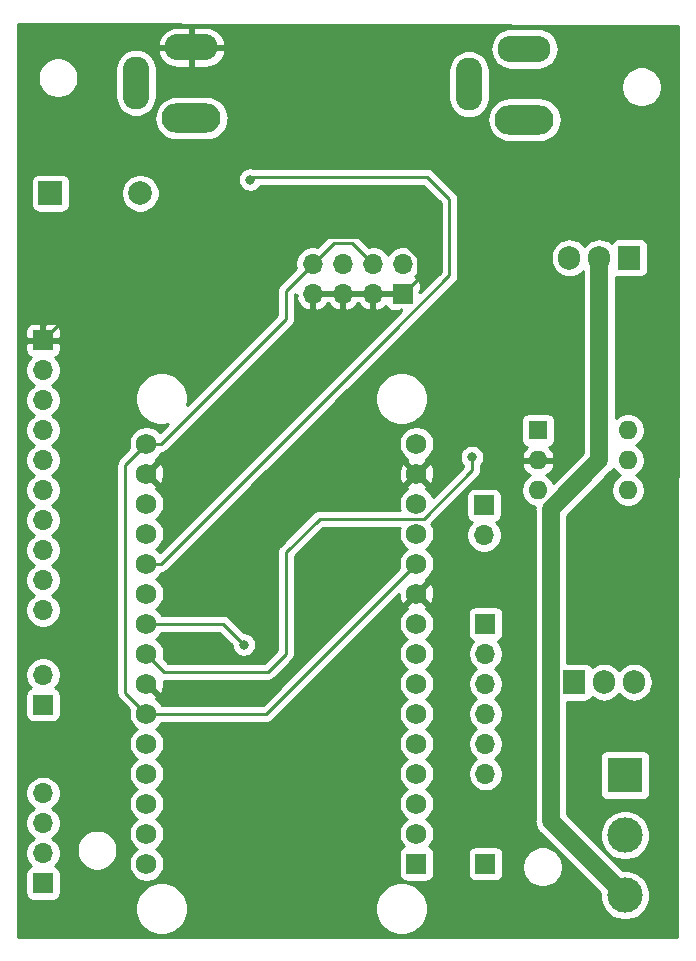
<source format=gbr>
%TF.GenerationSoftware,KiCad,Pcbnew,(5.1.6)-1*%
%TF.CreationDate,2020-07-29T00:16:22-03:00*%
%TF.ProjectId,placa_desenvolvimento,706c6163-615f-4646-9573-656e766f6c76,rev?*%
%TF.SameCoordinates,Original*%
%TF.FileFunction,Copper,L2,Bot*%
%TF.FilePolarity,Positive*%
%FSLAX46Y46*%
G04 Gerber Fmt 4.6, Leading zero omitted, Abs format (unit mm)*
G04 Created by KiCad (PCBNEW (5.1.6)-1) date 2020-07-29 00:16:22*
%MOMM*%
%LPD*%
G01*
G04 APERTURE LIST*
%TA.AperFunction,ComponentPad*%
%ADD10R,3.000000X3.000000*%
%TD*%
%TA.AperFunction,ComponentPad*%
%ADD11C,3.000000*%
%TD*%
%TA.AperFunction,ComponentPad*%
%ADD12R,2.000000X2.000000*%
%TD*%
%TA.AperFunction,ComponentPad*%
%ADD13C,2.000000*%
%TD*%
%TA.AperFunction,ComponentPad*%
%ADD14O,2.250000X4.500000*%
%TD*%
%TA.AperFunction,ComponentPad*%
%ADD15O,4.500000X2.250000*%
%TD*%
%TA.AperFunction,ComponentPad*%
%ADD16O,5.000000X2.500000*%
%TD*%
%TA.AperFunction,ComponentPad*%
%ADD17R,1.700000X1.700000*%
%TD*%
%TA.AperFunction,ComponentPad*%
%ADD18O,1.700000X1.700000*%
%TD*%
%TA.AperFunction,ComponentPad*%
%ADD19R,1.752600X1.752600*%
%TD*%
%TA.AperFunction,ComponentPad*%
%ADD20C,1.752600*%
%TD*%
%TA.AperFunction,ComponentPad*%
%ADD21R,1.905000X2.000000*%
%TD*%
%TA.AperFunction,ComponentPad*%
%ADD22O,1.905000X2.000000*%
%TD*%
%TA.AperFunction,ComponentPad*%
%ADD23R,1.600000X1.600000*%
%TD*%
%TA.AperFunction,ComponentPad*%
%ADD24O,1.600000X1.600000*%
%TD*%
%TA.AperFunction,ViaPad*%
%ADD25C,0.800000*%
%TD*%
%TA.AperFunction,Conductor*%
%ADD26C,0.254000*%
%TD*%
%TA.AperFunction,Conductor*%
%ADD27C,0.250000*%
%TD*%
%TA.AperFunction,Conductor*%
%ADD28C,1.500000*%
%TD*%
G04 APERTURE END LIST*
D10*
%TO.P,J7,1*%
%TO.N,+12V*%
X64008000Y-87376000D03*
D11*
%TO.P,J7,2*%
%TO.N,SD_12V*%
X64008000Y-92456000D03*
%TO.P,J7,3*%
%TO.N,GND1*%
X64008000Y-97536000D03*
%TD*%
D12*
%TO.P,BZ1,1*%
%TO.N,+5V*%
X15367000Y-38100000D03*
D13*
%TO.P,BZ1,2*%
%TO.N,Net-(BZ1-Pad2)*%
X22967000Y-38100000D03*
%TD*%
D14*
%TO.P,J1,3*%
%TO.N,N/C*%
X22605000Y-28750000D03*
D15*
%TO.P,J1,2*%
%TO.N,GND*%
X27305000Y-25750000D03*
D16*
%TO.P,J1,1*%
%TO.N,Net-(D1-Pad2)*%
X27305000Y-31750000D03*
%TD*%
D17*
%TO.P,J2,1*%
%TO.N,GND*%
X14732000Y-50546000D03*
D18*
%TO.P,J2,2*%
%TO.N,QA*%
X14732000Y-53086000D03*
%TO.P,J2,3*%
%TO.N,QB*%
X14732000Y-55626000D03*
%TO.P,J2,4*%
%TO.N,QC*%
X14732000Y-58166000D03*
%TO.P,J2,5*%
%TO.N,QD*%
X14732000Y-60706000D03*
%TO.P,J2,6*%
%TO.N,QE*%
X14732000Y-63246000D03*
%TO.P,J2,7*%
%TO.N,QF*%
X14732000Y-65786000D03*
%TO.P,J2,8*%
%TO.N,QG*%
X14732000Y-68326000D03*
%TO.P,J2,9*%
%TO.N,QH*%
X14732000Y-70866000D03*
%TO.P,J2,10*%
%TO.N,+5V*%
X14732000Y-73406000D03*
%TD*%
D17*
%TO.P,J4,1*%
%TO.N,RST*%
X52070000Y-64516000D03*
D18*
%TO.P,J4,2*%
%TO.N,EN*%
X52070000Y-67056000D03*
%TD*%
D17*
%TO.P,J5,1*%
%TO.N,A0*%
X52197000Y-94869000D03*
%TD*%
D18*
%TO.P,J6,2*%
%TO.N,TX*%
X14732000Y-78867000D03*
D17*
%TO.P,J6,1*%
%TO.N,RX*%
X14732000Y-81407000D03*
%TD*%
%TO.P,J8,1*%
%TO.N,CLK*%
X52197000Y-74549000D03*
D18*
%TO.P,J8,2*%
%TO.N,SD0*%
X52197000Y-77089000D03*
%TO.P,J8,3*%
%TO.N,CMD*%
X52197000Y-79629000D03*
%TO.P,J8,4*%
%TO.N,SD1*%
X52197000Y-82169000D03*
%TO.P,J8,5*%
%TO.N,SD2*%
X52197000Y-84709000D03*
%TO.P,J8,6*%
%TO.N,SD3*%
X52197000Y-87249000D03*
%TD*%
D17*
%TO.P,J9,1*%
%TO.N,GND*%
X45212000Y-46609000D03*
D18*
%TO.P,J9,2*%
%TO.N,+5V*%
X45212000Y-44069000D03*
%TO.P,J9,3*%
%TO.N,GND*%
X42672000Y-46609000D03*
%TO.P,J9,4*%
%TO.N,+3V3*%
X42672000Y-44069000D03*
%TO.P,J9,5*%
%TO.N,GND*%
X40132000Y-46609000D03*
%TO.P,J9,6*%
%TO.N,+5V*%
X40132000Y-44069000D03*
%TO.P,J9,7*%
%TO.N,GND*%
X37592000Y-46609000D03*
%TO.P,J9,8*%
%TO.N,+3V3*%
X37592000Y-44069000D03*
%TD*%
D19*
%TO.P,U2,1*%
%TO.N,A0*%
X46355000Y-94869000D03*
D20*
%TO.P,U2,2*%
%TO.N,Net-(U2-Pad2)*%
X46355000Y-92329000D03*
%TO.P,U2,3*%
%TO.N,Net-(U2-Pad3)*%
X46355000Y-89789000D03*
%TO.P,U2,4*%
%TO.N,SD3*%
X46355000Y-87249000D03*
%TO.P,U2,5*%
%TO.N,SD2*%
X46355000Y-84709000D03*
%TO.P,U2,6*%
%TO.N,SD1*%
X46355000Y-82169000D03*
%TO.P,U2,7*%
%TO.N,CMD*%
X46355000Y-79629000D03*
%TO.P,U2,8*%
%TO.N,SD0*%
X46355000Y-77089000D03*
%TO.P,U2,9*%
%TO.N,CLK*%
X46355000Y-74549000D03*
%TO.P,U2,10*%
%TO.N,GND*%
X46355000Y-72009000D03*
%TO.P,U2,11*%
%TO.N,+3V3*%
X46355000Y-69469000D03*
%TO.P,U2,12*%
%TO.N,EN*%
X46355000Y-66929000D03*
%TO.P,U2,13*%
%TO.N,RST*%
X46355000Y-64389000D03*
%TO.P,U2,14*%
%TO.N,GND*%
X46355000Y-61849000D03*
%TO.P,U2,15*%
%TO.N,+5V*%
X46355000Y-59309000D03*
%TO.P,U2,30*%
%TO.N,D0*%
X23495000Y-94869000D03*
%TO.P,U2,29*%
%TO.N,SOCLK*%
X23495000Y-92329000D03*
%TO.P,U2,28*%
%TO.N,PEN*%
X23495000Y-89789000D03*
%TO.P,U2,27*%
%TO.N,SODATA*%
X23495000Y-87249000D03*
%TO.P,U2,26*%
%TO.N,D4*%
X23495000Y-84709000D03*
%TO.P,U2,25*%
%TO.N,+3V3*%
X23495000Y-82169000D03*
%TO.P,U2,24*%
%TO.N,GND*%
X23495000Y-79629000D03*
%TO.P,U2,23*%
%TO.N,D5*%
X23495000Y-77089000D03*
%TO.P,U2,22*%
%TO.N,D6*%
X23495000Y-74549000D03*
%TO.P,U2,21*%
%TO.N,D7*%
X23495000Y-72009000D03*
%TO.P,U2,20*%
%TO.N,PWM*%
X23495000Y-69469000D03*
%TO.P,U2,19*%
%TO.N,RX*%
X23495000Y-66929000D03*
%TO.P,U2,18*%
%TO.N,TX*%
X23495000Y-64389000D03*
%TO.P,U2,17*%
%TO.N,GND*%
X23495000Y-61849000D03*
%TO.P,U2,16*%
%TO.N,+3V3*%
X23495000Y-59309000D03*
%TD*%
D21*
%TO.P,U3,1*%
%TO.N,VCCQ*%
X64389000Y-43561000D03*
D22*
%TO.P,U3,2*%
%TO.N,GND1*%
X61849000Y-43561000D03*
%TO.P,U3,3*%
%TO.N,+12V*%
X59309000Y-43561000D03*
%TD*%
D17*
%TO.P,J3,1*%
%TO.N,D0*%
X14732000Y-96520000D03*
D18*
%TO.P,J3,2*%
%TO.N,D4*%
X14732000Y-93980000D03*
%TO.P,J3,3*%
%TO.N,D7*%
X14732000Y-91440000D03*
%TO.P,J3,4*%
%TO.N,SD_5V*%
X14732000Y-88900000D03*
%TD*%
D23*
%TO.P,U4,1*%
%TO.N,Net-(R3-Pad1)*%
X56642000Y-58166000D03*
D24*
%TO.P,U4,4*%
%TO.N,Net-(Q2-Pad1)*%
X64262000Y-63246000D03*
%TO.P,U4,2*%
%TO.N,GND*%
X56642000Y-60706000D03*
%TO.P,U4,5*%
%TO.N,+12V*%
X64262000Y-60706000D03*
%TO.P,U4,3*%
%TO.N,Net-(U4-Pad3)*%
X56642000Y-63246000D03*
%TO.P,U4,6*%
%TO.N,Net-(U4-Pad6)*%
X64262000Y-58166000D03*
%TD*%
D21*
%TO.P,Q2,1*%
%TO.N,Net-(Q2-Pad1)*%
X59690000Y-79502000D03*
D22*
%TO.P,Q2,2*%
%TO.N,+12V*%
X62230000Y-79502000D03*
%TO.P,Q2,3*%
%TO.N,SD_12V*%
X64770000Y-79502000D03*
%TD*%
D14*
%TO.P,J10,3*%
%TO.N,N/C*%
X50799000Y-28877000D03*
D15*
%TO.P,J10,2*%
%TO.N,GND1*%
X55499000Y-25877000D03*
D16*
%TO.P,J10,1*%
%TO.N,Net-(D5-Pad2)*%
X55499000Y-31877000D03*
%TD*%
D25*
%TO.N,GND*%
X46482000Y-38100000D03*
X35170000Y-38100000D03*
%TO.N,PWM*%
X32267000Y-36957000D03*
%TO.N,D5*%
X51045000Y-60452000D03*
%TO.N,D6*%
X31741000Y-76327000D03*
%TD*%
D26*
%TO.N,GND*%
X46443001Y-45377999D02*
X45212000Y-46609000D01*
X46443001Y-43478119D02*
X46443001Y-45377999D01*
X44747872Y-41782990D02*
X46443001Y-43478119D01*
X44747872Y-41782990D02*
X44958010Y-41782990D01*
D27*
X46482000Y-40259000D02*
X44958010Y-41782990D01*
X46482000Y-38100000D02*
X46482000Y-40259000D01*
X33020010Y-41782990D02*
X33020010Y-40249990D01*
D26*
X33020010Y-41782990D02*
X44747872Y-41782990D01*
D27*
X33020010Y-40249990D02*
X35170000Y-38100000D01*
X31485009Y-41784991D02*
X35170000Y-38100000D01*
X23493009Y-41784991D02*
X31485009Y-41784991D01*
X14732000Y-50546000D02*
X23493009Y-41784991D01*
D26*
%TO.N,+3V3*%
X23495000Y-82169000D02*
X21717000Y-80391000D01*
X21717000Y-61087000D02*
X23495000Y-59309000D01*
X21717000Y-80391000D02*
X21717000Y-61087000D01*
X33655000Y-82169000D02*
X23495000Y-82169000D01*
X46355000Y-69469000D02*
X33655000Y-82169000D01*
X24734275Y-59309000D02*
X35306000Y-48737275D01*
X23495000Y-59309000D02*
X24734275Y-59309000D01*
X35306000Y-46355000D02*
X37592000Y-44069000D01*
X35306000Y-48737275D02*
X35306000Y-46355000D01*
X37592000Y-44069000D02*
X39370000Y-42291000D01*
X40894000Y-42291000D02*
X42672000Y-44069000D01*
X39370000Y-42291000D02*
X40894000Y-42291000D01*
%TO.N,PWM*%
X24734275Y-69469000D02*
X44292275Y-49911000D01*
X23495000Y-69469000D02*
X24734275Y-69469000D01*
D27*
X44292275Y-49911000D02*
X49149000Y-45054275D01*
X49149000Y-45054275D02*
X49149000Y-38608000D01*
X49149000Y-38608000D02*
X47244000Y-36703000D01*
X47244000Y-36703000D02*
X32521000Y-36703000D01*
X32521000Y-36703000D02*
X32267000Y-36957000D01*
%TO.N,D5*%
X23495000Y-77089000D02*
X25019000Y-78613000D01*
X25019000Y-78613000D02*
X33782000Y-78613000D01*
X33782000Y-78613000D02*
X35306000Y-77089000D01*
X35306000Y-77089000D02*
X35306000Y-68500154D01*
D26*
X51045000Y-61559806D02*
X51045000Y-60452000D01*
X46958505Y-65646301D02*
X51045000Y-61559806D01*
X38159853Y-65646301D02*
X46958505Y-65646301D01*
X35306000Y-68500154D02*
X38159853Y-65646301D01*
%TO.N,D6*%
X23495000Y-74549000D02*
X29963000Y-74549000D01*
X29963000Y-74549000D02*
X31741000Y-76327000D01*
D28*
%TO.N,GND1*%
X61849000Y-45466000D02*
X61849000Y-43561000D01*
X57733499Y-64824423D02*
X61849000Y-60708922D01*
X57733499Y-91261499D02*
X57733499Y-64824423D01*
X61849000Y-60708922D02*
X61849000Y-43561000D01*
X64008000Y-97536000D02*
X57733499Y-91261499D01*
%TD*%
D26*
%TO.N,GND*%
G36*
X68528892Y-23924479D02*
G01*
X68403904Y-101042000D01*
X12623000Y-101042000D01*
X12623000Y-98458872D01*
X22530000Y-98458872D01*
X22530000Y-98899128D01*
X22615890Y-99330925D01*
X22784369Y-99737669D01*
X23028962Y-100103729D01*
X23340271Y-100415038D01*
X23706331Y-100659631D01*
X24113075Y-100828110D01*
X24544872Y-100914000D01*
X24985128Y-100914000D01*
X25416925Y-100828110D01*
X25823669Y-100659631D01*
X26189729Y-100415038D01*
X26501038Y-100103729D01*
X26745631Y-99737669D01*
X26914110Y-99330925D01*
X27000000Y-98899128D01*
X27000000Y-98458872D01*
X42850000Y-98458872D01*
X42850000Y-98899128D01*
X42935890Y-99330925D01*
X43104369Y-99737669D01*
X43348962Y-100103729D01*
X43660271Y-100415038D01*
X44026331Y-100659631D01*
X44433075Y-100828110D01*
X44864872Y-100914000D01*
X45305128Y-100914000D01*
X45736925Y-100828110D01*
X46143669Y-100659631D01*
X46509729Y-100415038D01*
X46821038Y-100103729D01*
X47065631Y-99737669D01*
X47234110Y-99330925D01*
X47320000Y-98899128D01*
X47320000Y-98458872D01*
X47234110Y-98027075D01*
X47065631Y-97620331D01*
X46821038Y-97254271D01*
X46509729Y-96942962D01*
X46143669Y-96698369D01*
X45736925Y-96529890D01*
X45305128Y-96444000D01*
X44864872Y-96444000D01*
X44433075Y-96529890D01*
X44026331Y-96698369D01*
X43660271Y-96942962D01*
X43348962Y-97254271D01*
X43104369Y-97620331D01*
X42935890Y-98027075D01*
X42850000Y-98458872D01*
X27000000Y-98458872D01*
X26914110Y-98027075D01*
X26745631Y-97620331D01*
X26501038Y-97254271D01*
X26189729Y-96942962D01*
X25823669Y-96698369D01*
X25416925Y-96529890D01*
X24985128Y-96444000D01*
X24544872Y-96444000D01*
X24113075Y-96529890D01*
X23706331Y-96698369D01*
X23340271Y-96942962D01*
X23028962Y-97254271D01*
X22784369Y-97620331D01*
X22615890Y-98027075D01*
X22530000Y-98458872D01*
X12623000Y-98458872D01*
X12623000Y-95670000D01*
X13243928Y-95670000D01*
X13243928Y-97370000D01*
X13256188Y-97494482D01*
X13292498Y-97614180D01*
X13351463Y-97724494D01*
X13430815Y-97821185D01*
X13527506Y-97900537D01*
X13637820Y-97959502D01*
X13757518Y-97995812D01*
X13882000Y-98008072D01*
X15582000Y-98008072D01*
X15706482Y-97995812D01*
X15826180Y-97959502D01*
X15936494Y-97900537D01*
X16033185Y-97821185D01*
X16112537Y-97724494D01*
X16171502Y-97614180D01*
X16207812Y-97494482D01*
X16220072Y-97370000D01*
X16220072Y-95670000D01*
X16207812Y-95545518D01*
X16171502Y-95425820D01*
X16112537Y-95315506D01*
X16033185Y-95218815D01*
X15936494Y-95139463D01*
X15826180Y-95080498D01*
X15753620Y-95058487D01*
X15885475Y-94926632D01*
X16047990Y-94683411D01*
X16159932Y-94413158D01*
X16217000Y-94126260D01*
X16217000Y-93833740D01*
X16161579Y-93555117D01*
X17569000Y-93555117D01*
X17569000Y-93896883D01*
X17635675Y-94232081D01*
X17766463Y-94547831D01*
X17956337Y-94831998D01*
X18198002Y-95073663D01*
X18482169Y-95263537D01*
X18797919Y-95394325D01*
X19133117Y-95461000D01*
X19474883Y-95461000D01*
X19810081Y-95394325D01*
X20125831Y-95263537D01*
X20409998Y-95073663D01*
X20651663Y-94831998D01*
X20841537Y-94547831D01*
X20972325Y-94232081D01*
X21039000Y-93896883D01*
X21039000Y-93555117D01*
X20972325Y-93219919D01*
X20841537Y-92904169D01*
X20651663Y-92620002D01*
X20409998Y-92378337D01*
X20125831Y-92188463D01*
X19810081Y-92057675D01*
X19474883Y-91991000D01*
X19133117Y-91991000D01*
X18797919Y-92057675D01*
X18482169Y-92188463D01*
X18198002Y-92378337D01*
X17956337Y-92620002D01*
X17766463Y-92904169D01*
X17635675Y-93219919D01*
X17569000Y-93555117D01*
X16161579Y-93555117D01*
X16159932Y-93546842D01*
X16047990Y-93276589D01*
X15885475Y-93033368D01*
X15678632Y-92826525D01*
X15504240Y-92710000D01*
X15678632Y-92593475D01*
X15885475Y-92386632D01*
X16047990Y-92143411D01*
X16159932Y-91873158D01*
X16217000Y-91586260D01*
X16217000Y-91293740D01*
X16159932Y-91006842D01*
X16047990Y-90736589D01*
X15885475Y-90493368D01*
X15678632Y-90286525D01*
X15504240Y-90170000D01*
X15678632Y-90053475D01*
X15885475Y-89846632D01*
X16047990Y-89603411D01*
X16159932Y-89333158D01*
X16217000Y-89046260D01*
X16217000Y-88753740D01*
X16159932Y-88466842D01*
X16047990Y-88196589D01*
X15885475Y-87953368D01*
X15678632Y-87746525D01*
X15435411Y-87584010D01*
X15165158Y-87472068D01*
X14878260Y-87415000D01*
X14585740Y-87415000D01*
X14298842Y-87472068D01*
X14028589Y-87584010D01*
X13785368Y-87746525D01*
X13578525Y-87953368D01*
X13416010Y-88196589D01*
X13304068Y-88466842D01*
X13247000Y-88753740D01*
X13247000Y-89046260D01*
X13304068Y-89333158D01*
X13416010Y-89603411D01*
X13578525Y-89846632D01*
X13785368Y-90053475D01*
X13959760Y-90170000D01*
X13785368Y-90286525D01*
X13578525Y-90493368D01*
X13416010Y-90736589D01*
X13304068Y-91006842D01*
X13247000Y-91293740D01*
X13247000Y-91586260D01*
X13304068Y-91873158D01*
X13416010Y-92143411D01*
X13578525Y-92386632D01*
X13785368Y-92593475D01*
X13959760Y-92710000D01*
X13785368Y-92826525D01*
X13578525Y-93033368D01*
X13416010Y-93276589D01*
X13304068Y-93546842D01*
X13247000Y-93833740D01*
X13247000Y-94126260D01*
X13304068Y-94413158D01*
X13416010Y-94683411D01*
X13578525Y-94926632D01*
X13710380Y-95058487D01*
X13637820Y-95080498D01*
X13527506Y-95139463D01*
X13430815Y-95218815D01*
X13351463Y-95315506D01*
X13292498Y-95425820D01*
X13256188Y-95545518D01*
X13243928Y-95670000D01*
X12623000Y-95670000D01*
X12623000Y-80557000D01*
X13243928Y-80557000D01*
X13243928Y-82257000D01*
X13256188Y-82381482D01*
X13292498Y-82501180D01*
X13351463Y-82611494D01*
X13430815Y-82708185D01*
X13527506Y-82787537D01*
X13637820Y-82846502D01*
X13757518Y-82882812D01*
X13882000Y-82895072D01*
X15582000Y-82895072D01*
X15706482Y-82882812D01*
X15826180Y-82846502D01*
X15936494Y-82787537D01*
X16033185Y-82708185D01*
X16112537Y-82611494D01*
X16171502Y-82501180D01*
X16207812Y-82381482D01*
X16220072Y-82257000D01*
X16220072Y-80557000D01*
X16207812Y-80432518D01*
X16171502Y-80312820D01*
X16112537Y-80202506D01*
X16033185Y-80105815D01*
X15936494Y-80026463D01*
X15826180Y-79967498D01*
X15753620Y-79945487D01*
X15885475Y-79813632D01*
X16047990Y-79570411D01*
X16159932Y-79300158D01*
X16217000Y-79013260D01*
X16217000Y-78720740D01*
X16159932Y-78433842D01*
X16047990Y-78163589D01*
X15885475Y-77920368D01*
X15678632Y-77713525D01*
X15435411Y-77551010D01*
X15165158Y-77439068D01*
X14878260Y-77382000D01*
X14585740Y-77382000D01*
X14298842Y-77439068D01*
X14028589Y-77551010D01*
X13785368Y-77713525D01*
X13578525Y-77920368D01*
X13416010Y-78163589D01*
X13304068Y-78433842D01*
X13247000Y-78720740D01*
X13247000Y-79013260D01*
X13304068Y-79300158D01*
X13416010Y-79570411D01*
X13578525Y-79813632D01*
X13710380Y-79945487D01*
X13637820Y-79967498D01*
X13527506Y-80026463D01*
X13430815Y-80105815D01*
X13351463Y-80202506D01*
X13292498Y-80312820D01*
X13256188Y-80432518D01*
X13243928Y-80557000D01*
X12623000Y-80557000D01*
X12623000Y-51396000D01*
X13243928Y-51396000D01*
X13256188Y-51520482D01*
X13292498Y-51640180D01*
X13351463Y-51750494D01*
X13430815Y-51847185D01*
X13527506Y-51926537D01*
X13637820Y-51985502D01*
X13710380Y-52007513D01*
X13578525Y-52139368D01*
X13416010Y-52382589D01*
X13304068Y-52652842D01*
X13247000Y-52939740D01*
X13247000Y-53232260D01*
X13304068Y-53519158D01*
X13416010Y-53789411D01*
X13578525Y-54032632D01*
X13785368Y-54239475D01*
X13959760Y-54356000D01*
X13785368Y-54472525D01*
X13578525Y-54679368D01*
X13416010Y-54922589D01*
X13304068Y-55192842D01*
X13247000Y-55479740D01*
X13247000Y-55772260D01*
X13304068Y-56059158D01*
X13416010Y-56329411D01*
X13578525Y-56572632D01*
X13785368Y-56779475D01*
X13959760Y-56896000D01*
X13785368Y-57012525D01*
X13578525Y-57219368D01*
X13416010Y-57462589D01*
X13304068Y-57732842D01*
X13247000Y-58019740D01*
X13247000Y-58312260D01*
X13304068Y-58599158D01*
X13416010Y-58869411D01*
X13578525Y-59112632D01*
X13785368Y-59319475D01*
X13959760Y-59436000D01*
X13785368Y-59552525D01*
X13578525Y-59759368D01*
X13416010Y-60002589D01*
X13304068Y-60272842D01*
X13247000Y-60559740D01*
X13247000Y-60852260D01*
X13304068Y-61139158D01*
X13416010Y-61409411D01*
X13578525Y-61652632D01*
X13785368Y-61859475D01*
X13959760Y-61976000D01*
X13785368Y-62092525D01*
X13578525Y-62299368D01*
X13416010Y-62542589D01*
X13304068Y-62812842D01*
X13247000Y-63099740D01*
X13247000Y-63392260D01*
X13304068Y-63679158D01*
X13416010Y-63949411D01*
X13578525Y-64192632D01*
X13785368Y-64399475D01*
X13959760Y-64516000D01*
X13785368Y-64632525D01*
X13578525Y-64839368D01*
X13416010Y-65082589D01*
X13304068Y-65352842D01*
X13247000Y-65639740D01*
X13247000Y-65932260D01*
X13304068Y-66219158D01*
X13416010Y-66489411D01*
X13578525Y-66732632D01*
X13785368Y-66939475D01*
X13959760Y-67056000D01*
X13785368Y-67172525D01*
X13578525Y-67379368D01*
X13416010Y-67622589D01*
X13304068Y-67892842D01*
X13247000Y-68179740D01*
X13247000Y-68472260D01*
X13304068Y-68759158D01*
X13416010Y-69029411D01*
X13578525Y-69272632D01*
X13785368Y-69479475D01*
X13959760Y-69596000D01*
X13785368Y-69712525D01*
X13578525Y-69919368D01*
X13416010Y-70162589D01*
X13304068Y-70432842D01*
X13247000Y-70719740D01*
X13247000Y-71012260D01*
X13304068Y-71299158D01*
X13416010Y-71569411D01*
X13578525Y-71812632D01*
X13785368Y-72019475D01*
X13959760Y-72136000D01*
X13785368Y-72252525D01*
X13578525Y-72459368D01*
X13416010Y-72702589D01*
X13304068Y-72972842D01*
X13247000Y-73259740D01*
X13247000Y-73552260D01*
X13304068Y-73839158D01*
X13416010Y-74109411D01*
X13578525Y-74352632D01*
X13785368Y-74559475D01*
X14028589Y-74721990D01*
X14298842Y-74833932D01*
X14585740Y-74891000D01*
X14878260Y-74891000D01*
X15165158Y-74833932D01*
X15435411Y-74721990D01*
X15678632Y-74559475D01*
X15885475Y-74352632D01*
X16047990Y-74109411D01*
X16159932Y-73839158D01*
X16217000Y-73552260D01*
X16217000Y-73259740D01*
X16159932Y-72972842D01*
X16047990Y-72702589D01*
X15885475Y-72459368D01*
X15678632Y-72252525D01*
X15504240Y-72136000D01*
X15678632Y-72019475D01*
X15885475Y-71812632D01*
X16047990Y-71569411D01*
X16159932Y-71299158D01*
X16217000Y-71012260D01*
X16217000Y-70719740D01*
X16159932Y-70432842D01*
X16047990Y-70162589D01*
X15885475Y-69919368D01*
X15678632Y-69712525D01*
X15504240Y-69596000D01*
X15678632Y-69479475D01*
X15885475Y-69272632D01*
X16047990Y-69029411D01*
X16159932Y-68759158D01*
X16217000Y-68472260D01*
X16217000Y-68179740D01*
X16159932Y-67892842D01*
X16047990Y-67622589D01*
X15885475Y-67379368D01*
X15678632Y-67172525D01*
X15504240Y-67056000D01*
X15678632Y-66939475D01*
X15885475Y-66732632D01*
X16047990Y-66489411D01*
X16159932Y-66219158D01*
X16217000Y-65932260D01*
X16217000Y-65639740D01*
X16159932Y-65352842D01*
X16047990Y-65082589D01*
X15885475Y-64839368D01*
X15678632Y-64632525D01*
X15504240Y-64516000D01*
X15678632Y-64399475D01*
X15885475Y-64192632D01*
X16047990Y-63949411D01*
X16159932Y-63679158D01*
X16217000Y-63392260D01*
X16217000Y-63099740D01*
X16159932Y-62812842D01*
X16047990Y-62542589D01*
X15885475Y-62299368D01*
X15678632Y-62092525D01*
X15504240Y-61976000D01*
X15678632Y-61859475D01*
X15885475Y-61652632D01*
X16047990Y-61409411D01*
X16159932Y-61139158D01*
X16170306Y-61087000D01*
X20951314Y-61087000D01*
X20955001Y-61124433D01*
X20955000Y-80353577D01*
X20951314Y-80391000D01*
X20955000Y-80428423D01*
X20955000Y-80428425D01*
X20966026Y-80540377D01*
X21009598Y-80684014D01*
X21009599Y-80684015D01*
X21080355Y-80816392D01*
X21110407Y-80853010D01*
X21175578Y-80932422D01*
X21204654Y-80956284D01*
X22030954Y-81782584D01*
X21983700Y-82020150D01*
X21983700Y-82317850D01*
X22041778Y-82609830D01*
X22155703Y-82884869D01*
X22321096Y-83132398D01*
X22531602Y-83342904D01*
X22675420Y-83439000D01*
X22531602Y-83535096D01*
X22321096Y-83745602D01*
X22155703Y-83993131D01*
X22041778Y-84268170D01*
X21983700Y-84560150D01*
X21983700Y-84857850D01*
X22041778Y-85149830D01*
X22155703Y-85424869D01*
X22321096Y-85672398D01*
X22531602Y-85882904D01*
X22675420Y-85979000D01*
X22531602Y-86075096D01*
X22321096Y-86285602D01*
X22155703Y-86533131D01*
X22041778Y-86808170D01*
X21983700Y-87100150D01*
X21983700Y-87397850D01*
X22041778Y-87689830D01*
X22155703Y-87964869D01*
X22321096Y-88212398D01*
X22531602Y-88422904D01*
X22675420Y-88519000D01*
X22531602Y-88615096D01*
X22321096Y-88825602D01*
X22155703Y-89073131D01*
X22041778Y-89348170D01*
X21983700Y-89640150D01*
X21983700Y-89937850D01*
X22041778Y-90229830D01*
X22155703Y-90504869D01*
X22321096Y-90752398D01*
X22531602Y-90962904D01*
X22675420Y-91059000D01*
X22531602Y-91155096D01*
X22321096Y-91365602D01*
X22155703Y-91613131D01*
X22041778Y-91888170D01*
X21983700Y-92180150D01*
X21983700Y-92477850D01*
X22041778Y-92769830D01*
X22155703Y-93044869D01*
X22321096Y-93292398D01*
X22531602Y-93502904D01*
X22675420Y-93599000D01*
X22531602Y-93695096D01*
X22321096Y-93905602D01*
X22155703Y-94153131D01*
X22041778Y-94428170D01*
X21983700Y-94720150D01*
X21983700Y-95017850D01*
X22041778Y-95309830D01*
X22155703Y-95584869D01*
X22321096Y-95832398D01*
X22531602Y-96042904D01*
X22779131Y-96208297D01*
X23054170Y-96322222D01*
X23346150Y-96380300D01*
X23643850Y-96380300D01*
X23935830Y-96322222D01*
X24210869Y-96208297D01*
X24458398Y-96042904D01*
X24668904Y-95832398D01*
X24834297Y-95584869D01*
X24948222Y-95309830D01*
X25006300Y-95017850D01*
X25006300Y-94720150D01*
X24948222Y-94428170D01*
X24834297Y-94153131D01*
X24727101Y-93992700D01*
X44840628Y-93992700D01*
X44840628Y-95745300D01*
X44852888Y-95869782D01*
X44889198Y-95989480D01*
X44948163Y-96099794D01*
X45027515Y-96196485D01*
X45124206Y-96275837D01*
X45234520Y-96334802D01*
X45354218Y-96371112D01*
X45478700Y-96383372D01*
X47231300Y-96383372D01*
X47355782Y-96371112D01*
X47475480Y-96334802D01*
X47585794Y-96275837D01*
X47682485Y-96196485D01*
X47761837Y-96099794D01*
X47820802Y-95989480D01*
X47857112Y-95869782D01*
X47869372Y-95745300D01*
X47869372Y-94019000D01*
X50708928Y-94019000D01*
X50708928Y-95719000D01*
X50721188Y-95843482D01*
X50757498Y-95963180D01*
X50816463Y-96073494D01*
X50895815Y-96170185D01*
X50992506Y-96249537D01*
X51102820Y-96308502D01*
X51222518Y-96344812D01*
X51347000Y-96357072D01*
X53047000Y-96357072D01*
X53171482Y-96344812D01*
X53291180Y-96308502D01*
X53401494Y-96249537D01*
X53498185Y-96170185D01*
X53577537Y-96073494D01*
X53636502Y-95963180D01*
X53672812Y-95843482D01*
X53685072Y-95719000D01*
X53685072Y-94952117D01*
X55288000Y-94952117D01*
X55288000Y-95293883D01*
X55354675Y-95629081D01*
X55485463Y-95944831D01*
X55675337Y-96228998D01*
X55917002Y-96470663D01*
X56201169Y-96660537D01*
X56516919Y-96791325D01*
X56852117Y-96858000D01*
X57193883Y-96858000D01*
X57529081Y-96791325D01*
X57844831Y-96660537D01*
X58128998Y-96470663D01*
X58370663Y-96228998D01*
X58560537Y-95944831D01*
X58691325Y-95629081D01*
X58758000Y-95293883D01*
X58758000Y-94952117D01*
X58691325Y-94616919D01*
X58560537Y-94301169D01*
X58370663Y-94017002D01*
X58128998Y-93775337D01*
X57844831Y-93585463D01*
X57529081Y-93454675D01*
X57193883Y-93388000D01*
X56852117Y-93388000D01*
X56516919Y-93454675D01*
X56201169Y-93585463D01*
X55917002Y-93775337D01*
X55675337Y-94017002D01*
X55485463Y-94301169D01*
X55354675Y-94616919D01*
X55288000Y-94952117D01*
X53685072Y-94952117D01*
X53685072Y-94019000D01*
X53672812Y-93894518D01*
X53636502Y-93774820D01*
X53577537Y-93664506D01*
X53498185Y-93567815D01*
X53401494Y-93488463D01*
X53291180Y-93429498D01*
X53171482Y-93393188D01*
X53047000Y-93380928D01*
X51347000Y-93380928D01*
X51222518Y-93393188D01*
X51102820Y-93429498D01*
X50992506Y-93488463D01*
X50895815Y-93567815D01*
X50816463Y-93664506D01*
X50757498Y-93774820D01*
X50721188Y-93894518D01*
X50708928Y-94019000D01*
X47869372Y-94019000D01*
X47869372Y-93992700D01*
X47857112Y-93868218D01*
X47820802Y-93748520D01*
X47761837Y-93638206D01*
X47682485Y-93541515D01*
X47585794Y-93462163D01*
X47475480Y-93403198D01*
X47431458Y-93389844D01*
X47528904Y-93292398D01*
X47694297Y-93044869D01*
X47808222Y-92769830D01*
X47866300Y-92477850D01*
X47866300Y-92180150D01*
X47808222Y-91888170D01*
X47694297Y-91613131D01*
X47528904Y-91365602D01*
X47318398Y-91155096D01*
X47174580Y-91059000D01*
X47318398Y-90962904D01*
X47528904Y-90752398D01*
X47694297Y-90504869D01*
X47808222Y-90229830D01*
X47866300Y-89937850D01*
X47866300Y-89640150D01*
X47808222Y-89348170D01*
X47694297Y-89073131D01*
X47528904Y-88825602D01*
X47318398Y-88615096D01*
X47174580Y-88519000D01*
X47318398Y-88422904D01*
X47528904Y-88212398D01*
X47694297Y-87964869D01*
X47808222Y-87689830D01*
X47866300Y-87397850D01*
X47866300Y-87100150D01*
X47808222Y-86808170D01*
X47694297Y-86533131D01*
X47528904Y-86285602D01*
X47318398Y-86075096D01*
X47174580Y-85979000D01*
X47318398Y-85882904D01*
X47528904Y-85672398D01*
X47694297Y-85424869D01*
X47808222Y-85149830D01*
X47866300Y-84857850D01*
X47866300Y-84560150D01*
X47808222Y-84268170D01*
X47694297Y-83993131D01*
X47528904Y-83745602D01*
X47318398Y-83535096D01*
X47174580Y-83439000D01*
X47318398Y-83342904D01*
X47528904Y-83132398D01*
X47694297Y-82884869D01*
X47808222Y-82609830D01*
X47866300Y-82317850D01*
X47866300Y-82020150D01*
X47808222Y-81728170D01*
X47694297Y-81453131D01*
X47528904Y-81205602D01*
X47318398Y-80995096D01*
X47174580Y-80899000D01*
X47318398Y-80802904D01*
X47528904Y-80592398D01*
X47694297Y-80344869D01*
X47808222Y-80069830D01*
X47866300Y-79777850D01*
X47866300Y-79480150D01*
X47808222Y-79188170D01*
X47694297Y-78913131D01*
X47528904Y-78665602D01*
X47318398Y-78455096D01*
X47174580Y-78359000D01*
X47318398Y-78262904D01*
X47528904Y-78052398D01*
X47694297Y-77804869D01*
X47808222Y-77529830D01*
X47866300Y-77237850D01*
X47866300Y-76940150D01*
X47808222Y-76648170D01*
X47694297Y-76373131D01*
X47528904Y-76125602D01*
X47318398Y-75915096D01*
X47174580Y-75819000D01*
X47318398Y-75722904D01*
X47528904Y-75512398D01*
X47694297Y-75264869D01*
X47808222Y-74989830D01*
X47866300Y-74697850D01*
X47866300Y-74400150D01*
X47808222Y-74108170D01*
X47694297Y-73833131D01*
X47604674Y-73699000D01*
X50708928Y-73699000D01*
X50708928Y-75399000D01*
X50721188Y-75523482D01*
X50757498Y-75643180D01*
X50816463Y-75753494D01*
X50895815Y-75850185D01*
X50992506Y-75929537D01*
X51102820Y-75988502D01*
X51175380Y-76010513D01*
X51043525Y-76142368D01*
X50881010Y-76385589D01*
X50769068Y-76655842D01*
X50712000Y-76942740D01*
X50712000Y-77235260D01*
X50769068Y-77522158D01*
X50881010Y-77792411D01*
X51043525Y-78035632D01*
X51250368Y-78242475D01*
X51424760Y-78359000D01*
X51250368Y-78475525D01*
X51043525Y-78682368D01*
X50881010Y-78925589D01*
X50769068Y-79195842D01*
X50712000Y-79482740D01*
X50712000Y-79775260D01*
X50769068Y-80062158D01*
X50881010Y-80332411D01*
X51043525Y-80575632D01*
X51250368Y-80782475D01*
X51424760Y-80899000D01*
X51250368Y-81015525D01*
X51043525Y-81222368D01*
X50881010Y-81465589D01*
X50769068Y-81735842D01*
X50712000Y-82022740D01*
X50712000Y-82315260D01*
X50769068Y-82602158D01*
X50881010Y-82872411D01*
X51043525Y-83115632D01*
X51250368Y-83322475D01*
X51424760Y-83439000D01*
X51250368Y-83555525D01*
X51043525Y-83762368D01*
X50881010Y-84005589D01*
X50769068Y-84275842D01*
X50712000Y-84562740D01*
X50712000Y-84855260D01*
X50769068Y-85142158D01*
X50881010Y-85412411D01*
X51043525Y-85655632D01*
X51250368Y-85862475D01*
X51424760Y-85979000D01*
X51250368Y-86095525D01*
X51043525Y-86302368D01*
X50881010Y-86545589D01*
X50769068Y-86815842D01*
X50712000Y-87102740D01*
X50712000Y-87395260D01*
X50769068Y-87682158D01*
X50881010Y-87952411D01*
X51043525Y-88195632D01*
X51250368Y-88402475D01*
X51493589Y-88564990D01*
X51763842Y-88676932D01*
X52050740Y-88734000D01*
X52343260Y-88734000D01*
X52630158Y-88676932D01*
X52900411Y-88564990D01*
X53143632Y-88402475D01*
X53350475Y-88195632D01*
X53512990Y-87952411D01*
X53624932Y-87682158D01*
X53682000Y-87395260D01*
X53682000Y-87102740D01*
X53624932Y-86815842D01*
X53512990Y-86545589D01*
X53350475Y-86302368D01*
X53143632Y-86095525D01*
X52969240Y-85979000D01*
X53143632Y-85862475D01*
X53350475Y-85655632D01*
X53512990Y-85412411D01*
X53624932Y-85142158D01*
X53682000Y-84855260D01*
X53682000Y-84562740D01*
X53624932Y-84275842D01*
X53512990Y-84005589D01*
X53350475Y-83762368D01*
X53143632Y-83555525D01*
X52969240Y-83439000D01*
X53143632Y-83322475D01*
X53350475Y-83115632D01*
X53512990Y-82872411D01*
X53624932Y-82602158D01*
X53682000Y-82315260D01*
X53682000Y-82022740D01*
X53624932Y-81735842D01*
X53512990Y-81465589D01*
X53350475Y-81222368D01*
X53143632Y-81015525D01*
X52969240Y-80899000D01*
X53143632Y-80782475D01*
X53350475Y-80575632D01*
X53512990Y-80332411D01*
X53624932Y-80062158D01*
X53682000Y-79775260D01*
X53682000Y-79482740D01*
X53624932Y-79195842D01*
X53512990Y-78925589D01*
X53350475Y-78682368D01*
X53143632Y-78475525D01*
X52969240Y-78359000D01*
X53143632Y-78242475D01*
X53350475Y-78035632D01*
X53512990Y-77792411D01*
X53624932Y-77522158D01*
X53682000Y-77235260D01*
X53682000Y-76942740D01*
X53624932Y-76655842D01*
X53512990Y-76385589D01*
X53350475Y-76142368D01*
X53218620Y-76010513D01*
X53291180Y-75988502D01*
X53401494Y-75929537D01*
X53498185Y-75850185D01*
X53577537Y-75753494D01*
X53636502Y-75643180D01*
X53672812Y-75523482D01*
X53685072Y-75399000D01*
X53685072Y-73699000D01*
X53672812Y-73574518D01*
X53636502Y-73454820D01*
X53577537Y-73344506D01*
X53498185Y-73247815D01*
X53401494Y-73168463D01*
X53291180Y-73109498D01*
X53171482Y-73073188D01*
X53047000Y-73060928D01*
X51347000Y-73060928D01*
X51222518Y-73073188D01*
X51102820Y-73109498D01*
X50992506Y-73168463D01*
X50895815Y-73247815D01*
X50816463Y-73344506D01*
X50757498Y-73454820D01*
X50721188Y-73574518D01*
X50708928Y-73699000D01*
X47604674Y-73699000D01*
X47528904Y-73585602D01*
X47318398Y-73375096D01*
X47155191Y-73266045D01*
X47222563Y-73056169D01*
X46355000Y-72188605D01*
X45487437Y-73056169D01*
X45554809Y-73266045D01*
X45391602Y-73375096D01*
X45181096Y-73585602D01*
X45015703Y-73833131D01*
X44901778Y-74108170D01*
X44843700Y-74400150D01*
X44843700Y-74697850D01*
X44901778Y-74989830D01*
X45015703Y-75264869D01*
X45181096Y-75512398D01*
X45391602Y-75722904D01*
X45535420Y-75819000D01*
X45391602Y-75915096D01*
X45181096Y-76125602D01*
X45015703Y-76373131D01*
X44901778Y-76648170D01*
X44843700Y-76940150D01*
X44843700Y-77237850D01*
X44901778Y-77529830D01*
X45015703Y-77804869D01*
X45181096Y-78052398D01*
X45391602Y-78262904D01*
X45535420Y-78359000D01*
X45391602Y-78455096D01*
X45181096Y-78665602D01*
X45015703Y-78913131D01*
X44901778Y-79188170D01*
X44843700Y-79480150D01*
X44843700Y-79777850D01*
X44901778Y-80069830D01*
X45015703Y-80344869D01*
X45181096Y-80592398D01*
X45391602Y-80802904D01*
X45535420Y-80899000D01*
X45391602Y-80995096D01*
X45181096Y-81205602D01*
X45015703Y-81453131D01*
X44901778Y-81728170D01*
X44843700Y-82020150D01*
X44843700Y-82317850D01*
X44901778Y-82609830D01*
X45015703Y-82884869D01*
X45181096Y-83132398D01*
X45391602Y-83342904D01*
X45535420Y-83439000D01*
X45391602Y-83535096D01*
X45181096Y-83745602D01*
X45015703Y-83993131D01*
X44901778Y-84268170D01*
X44843700Y-84560150D01*
X44843700Y-84857850D01*
X44901778Y-85149830D01*
X45015703Y-85424869D01*
X45181096Y-85672398D01*
X45391602Y-85882904D01*
X45535420Y-85979000D01*
X45391602Y-86075096D01*
X45181096Y-86285602D01*
X45015703Y-86533131D01*
X44901778Y-86808170D01*
X44843700Y-87100150D01*
X44843700Y-87397850D01*
X44901778Y-87689830D01*
X45015703Y-87964869D01*
X45181096Y-88212398D01*
X45391602Y-88422904D01*
X45535420Y-88519000D01*
X45391602Y-88615096D01*
X45181096Y-88825602D01*
X45015703Y-89073131D01*
X44901778Y-89348170D01*
X44843700Y-89640150D01*
X44843700Y-89937850D01*
X44901778Y-90229830D01*
X45015703Y-90504869D01*
X45181096Y-90752398D01*
X45391602Y-90962904D01*
X45535420Y-91059000D01*
X45391602Y-91155096D01*
X45181096Y-91365602D01*
X45015703Y-91613131D01*
X44901778Y-91888170D01*
X44843700Y-92180150D01*
X44843700Y-92477850D01*
X44901778Y-92769830D01*
X45015703Y-93044869D01*
X45181096Y-93292398D01*
X45278542Y-93389844D01*
X45234520Y-93403198D01*
X45124206Y-93462163D01*
X45027515Y-93541515D01*
X44948163Y-93638206D01*
X44889198Y-93748520D01*
X44852888Y-93868218D01*
X44840628Y-93992700D01*
X24727101Y-93992700D01*
X24668904Y-93905602D01*
X24458398Y-93695096D01*
X24314580Y-93599000D01*
X24458398Y-93502904D01*
X24668904Y-93292398D01*
X24834297Y-93044869D01*
X24948222Y-92769830D01*
X25006300Y-92477850D01*
X25006300Y-92180150D01*
X24948222Y-91888170D01*
X24834297Y-91613131D01*
X24668904Y-91365602D01*
X24458398Y-91155096D01*
X24314580Y-91059000D01*
X24458398Y-90962904D01*
X24668904Y-90752398D01*
X24834297Y-90504869D01*
X24948222Y-90229830D01*
X25006300Y-89937850D01*
X25006300Y-89640150D01*
X24948222Y-89348170D01*
X24834297Y-89073131D01*
X24668904Y-88825602D01*
X24458398Y-88615096D01*
X24314580Y-88519000D01*
X24458398Y-88422904D01*
X24668904Y-88212398D01*
X24834297Y-87964869D01*
X24948222Y-87689830D01*
X25006300Y-87397850D01*
X25006300Y-87100150D01*
X24948222Y-86808170D01*
X24834297Y-86533131D01*
X24668904Y-86285602D01*
X24458398Y-86075096D01*
X24314580Y-85979000D01*
X24458398Y-85882904D01*
X24668904Y-85672398D01*
X24834297Y-85424869D01*
X24948222Y-85149830D01*
X25006300Y-84857850D01*
X25006300Y-84560150D01*
X24948222Y-84268170D01*
X24834297Y-83993131D01*
X24668904Y-83745602D01*
X24458398Y-83535096D01*
X24314580Y-83439000D01*
X24458398Y-83342904D01*
X24668904Y-83132398D01*
X24803473Y-82931000D01*
X33617577Y-82931000D01*
X33655000Y-82934686D01*
X33692423Y-82931000D01*
X33692426Y-82931000D01*
X33804378Y-82919974D01*
X33948015Y-82876402D01*
X34080392Y-82805645D01*
X34196422Y-82710422D01*
X34220284Y-82681346D01*
X44838611Y-72063019D01*
X44837887Y-72076491D01*
X44880204Y-72371167D01*
X44979198Y-72651927D01*
X45056071Y-72795746D01*
X45307831Y-72876563D01*
X46175395Y-72009000D01*
X46534605Y-72009000D01*
X47402169Y-72876563D01*
X47653929Y-72795746D01*
X47782457Y-72527221D01*
X47856129Y-72238781D01*
X47872113Y-71941509D01*
X47829796Y-71646833D01*
X47730802Y-71366073D01*
X47653929Y-71222254D01*
X47402169Y-71141437D01*
X46534605Y-72009000D01*
X46175395Y-72009000D01*
X46161253Y-71994858D01*
X46340858Y-71815253D01*
X46355000Y-71829395D01*
X47222563Y-70961831D01*
X47155191Y-70751955D01*
X47318398Y-70642904D01*
X47528904Y-70432398D01*
X47694297Y-70184869D01*
X47808222Y-69909830D01*
X47866300Y-69617850D01*
X47866300Y-69320150D01*
X47808222Y-69028170D01*
X47694297Y-68753131D01*
X47528904Y-68505602D01*
X47318398Y-68295096D01*
X47174580Y-68199000D01*
X47318398Y-68102904D01*
X47528904Y-67892398D01*
X47694297Y-67644869D01*
X47808222Y-67369830D01*
X47866300Y-67077850D01*
X47866300Y-66780150D01*
X47808222Y-66488170D01*
X47694297Y-66213131D01*
X47604178Y-66078258D01*
X50016436Y-63666000D01*
X50581928Y-63666000D01*
X50581928Y-65366000D01*
X50594188Y-65490482D01*
X50630498Y-65610180D01*
X50689463Y-65720494D01*
X50768815Y-65817185D01*
X50865506Y-65896537D01*
X50975820Y-65955502D01*
X51048380Y-65977513D01*
X50916525Y-66109368D01*
X50754010Y-66352589D01*
X50642068Y-66622842D01*
X50585000Y-66909740D01*
X50585000Y-67202260D01*
X50642068Y-67489158D01*
X50754010Y-67759411D01*
X50916525Y-68002632D01*
X51123368Y-68209475D01*
X51366589Y-68371990D01*
X51636842Y-68483932D01*
X51923740Y-68541000D01*
X52216260Y-68541000D01*
X52503158Y-68483932D01*
X52773411Y-68371990D01*
X53016632Y-68209475D01*
X53223475Y-68002632D01*
X53385990Y-67759411D01*
X53497932Y-67489158D01*
X53555000Y-67202260D01*
X53555000Y-66909740D01*
X53497932Y-66622842D01*
X53385990Y-66352589D01*
X53223475Y-66109368D01*
X53091620Y-65977513D01*
X53164180Y-65955502D01*
X53274494Y-65896537D01*
X53371185Y-65817185D01*
X53450537Y-65720494D01*
X53509502Y-65610180D01*
X53545812Y-65490482D01*
X53558072Y-65366000D01*
X53558072Y-63666000D01*
X53545812Y-63541518D01*
X53509502Y-63421820D01*
X53450537Y-63311506D01*
X53371185Y-63214815D01*
X53274494Y-63135463D01*
X53216876Y-63104665D01*
X55207000Y-63104665D01*
X55207000Y-63387335D01*
X55262147Y-63664574D01*
X55370320Y-63925727D01*
X55527363Y-64160759D01*
X55727241Y-64360637D01*
X55962273Y-64517680D01*
X56223426Y-64625853D01*
X56358705Y-64652762D01*
X56341799Y-64824423D01*
X56348500Y-64892462D01*
X56348499Y-91193470D01*
X56341799Y-91261499D01*
X56348499Y-91329528D01*
X56348499Y-91329535D01*
X56368539Y-91533005D01*
X56447735Y-91794079D01*
X56552992Y-91991000D01*
X56576343Y-92034687D01*
X56695722Y-92180150D01*
X56749418Y-92245579D01*
X56802264Y-92288949D01*
X61873000Y-97359686D01*
X61873000Y-97746279D01*
X61955047Y-98158756D01*
X62115988Y-98547302D01*
X62349637Y-98896983D01*
X62647017Y-99194363D01*
X62996698Y-99428012D01*
X63385244Y-99588953D01*
X63797721Y-99671000D01*
X64218279Y-99671000D01*
X64630756Y-99588953D01*
X65019302Y-99428012D01*
X65368983Y-99194363D01*
X65666363Y-98896983D01*
X65900012Y-98547302D01*
X66060953Y-98158756D01*
X66143000Y-97746279D01*
X66143000Y-97325721D01*
X66060953Y-96913244D01*
X65900012Y-96524698D01*
X65666363Y-96175017D01*
X65368983Y-95877637D01*
X65019302Y-95643988D01*
X64630756Y-95483047D01*
X64218279Y-95401000D01*
X63831686Y-95401000D01*
X60676407Y-92245721D01*
X61873000Y-92245721D01*
X61873000Y-92666279D01*
X61955047Y-93078756D01*
X62115988Y-93467302D01*
X62349637Y-93816983D01*
X62647017Y-94114363D01*
X62996698Y-94348012D01*
X63385244Y-94508953D01*
X63797721Y-94591000D01*
X64218279Y-94591000D01*
X64630756Y-94508953D01*
X65019302Y-94348012D01*
X65368983Y-94114363D01*
X65666363Y-93816983D01*
X65900012Y-93467302D01*
X66060953Y-93078756D01*
X66143000Y-92666279D01*
X66143000Y-92245721D01*
X66060953Y-91833244D01*
X65900012Y-91444698D01*
X65666363Y-91095017D01*
X65368983Y-90797637D01*
X65019302Y-90563988D01*
X64630756Y-90403047D01*
X64218279Y-90321000D01*
X63797721Y-90321000D01*
X63385244Y-90403047D01*
X62996698Y-90563988D01*
X62647017Y-90797637D01*
X62349637Y-91095017D01*
X62115988Y-91444698D01*
X61955047Y-91833244D01*
X61873000Y-92245721D01*
X60676407Y-92245721D01*
X59118499Y-90687814D01*
X59118499Y-85876000D01*
X61869928Y-85876000D01*
X61869928Y-88876000D01*
X61882188Y-89000482D01*
X61918498Y-89120180D01*
X61977463Y-89230494D01*
X62056815Y-89327185D01*
X62153506Y-89406537D01*
X62263820Y-89465502D01*
X62383518Y-89501812D01*
X62508000Y-89514072D01*
X65508000Y-89514072D01*
X65632482Y-89501812D01*
X65752180Y-89465502D01*
X65862494Y-89406537D01*
X65959185Y-89327185D01*
X66038537Y-89230494D01*
X66097502Y-89120180D01*
X66133812Y-89000482D01*
X66146072Y-88876000D01*
X66146072Y-85876000D01*
X66133812Y-85751518D01*
X66097502Y-85631820D01*
X66038537Y-85521506D01*
X65959185Y-85424815D01*
X65862494Y-85345463D01*
X65752180Y-85286498D01*
X65632482Y-85250188D01*
X65508000Y-85237928D01*
X62508000Y-85237928D01*
X62383518Y-85250188D01*
X62263820Y-85286498D01*
X62153506Y-85345463D01*
X62056815Y-85424815D01*
X61977463Y-85521506D01*
X61918498Y-85631820D01*
X61882188Y-85751518D01*
X61869928Y-85876000D01*
X59118499Y-85876000D01*
X59118499Y-81140072D01*
X60642500Y-81140072D01*
X60766982Y-81127812D01*
X60886680Y-81091502D01*
X60996994Y-81032537D01*
X61093685Y-80953185D01*
X61173037Y-80856494D01*
X61217905Y-80772553D01*
X61343766Y-80875845D01*
X61619552Y-81023255D01*
X61918797Y-81114030D01*
X62230000Y-81144681D01*
X62541204Y-81114030D01*
X62840449Y-81023255D01*
X63116235Y-80875845D01*
X63357963Y-80677463D01*
X63500000Y-80504391D01*
X63642037Y-80677463D01*
X63883766Y-80875845D01*
X64159552Y-81023255D01*
X64458797Y-81114030D01*
X64770000Y-81144681D01*
X65081204Y-81114030D01*
X65380449Y-81023255D01*
X65656235Y-80875845D01*
X65897963Y-80677463D01*
X66096345Y-80435734D01*
X66243755Y-80159948D01*
X66334530Y-79860703D01*
X66357500Y-79627485D01*
X66357500Y-79376514D01*
X66334530Y-79143296D01*
X66243755Y-78844051D01*
X66096345Y-78568265D01*
X65897963Y-78326537D01*
X65656234Y-78128155D01*
X65380448Y-77980745D01*
X65081203Y-77889970D01*
X64770000Y-77859319D01*
X64458796Y-77889970D01*
X64159551Y-77980745D01*
X63883765Y-78128155D01*
X63642037Y-78326537D01*
X63500000Y-78499609D01*
X63357963Y-78326537D01*
X63116234Y-78128155D01*
X62840448Y-77980745D01*
X62541203Y-77889970D01*
X62230000Y-77859319D01*
X61918796Y-77889970D01*
X61619551Y-77980745D01*
X61343765Y-78128155D01*
X61217905Y-78231446D01*
X61173037Y-78147506D01*
X61093685Y-78050815D01*
X60996994Y-77971463D01*
X60886680Y-77912498D01*
X60766982Y-77876188D01*
X60642500Y-77863928D01*
X59118499Y-77863928D01*
X59118499Y-65398108D01*
X62780241Y-61736367D01*
X62833080Y-61693003D01*
X62876445Y-61640163D01*
X62876452Y-61640156D01*
X63006156Y-61482111D01*
X63006157Y-61482110D01*
X63027740Y-61441731D01*
X63147363Y-61620759D01*
X63347241Y-61820637D01*
X63579759Y-61976000D01*
X63347241Y-62131363D01*
X63147363Y-62331241D01*
X62990320Y-62566273D01*
X62882147Y-62827426D01*
X62827000Y-63104665D01*
X62827000Y-63387335D01*
X62882147Y-63664574D01*
X62990320Y-63925727D01*
X63147363Y-64160759D01*
X63347241Y-64360637D01*
X63582273Y-64517680D01*
X63843426Y-64625853D01*
X64120665Y-64681000D01*
X64403335Y-64681000D01*
X64680574Y-64625853D01*
X64941727Y-64517680D01*
X65176759Y-64360637D01*
X65376637Y-64160759D01*
X65533680Y-63925727D01*
X65641853Y-63664574D01*
X65697000Y-63387335D01*
X65697000Y-63104665D01*
X65641853Y-62827426D01*
X65533680Y-62566273D01*
X65376637Y-62331241D01*
X65176759Y-62131363D01*
X64944241Y-61976000D01*
X65176759Y-61820637D01*
X65376637Y-61620759D01*
X65533680Y-61385727D01*
X65641853Y-61124574D01*
X65697000Y-60847335D01*
X65697000Y-60564665D01*
X65641853Y-60287426D01*
X65533680Y-60026273D01*
X65376637Y-59791241D01*
X65176759Y-59591363D01*
X64944241Y-59436000D01*
X65176759Y-59280637D01*
X65376637Y-59080759D01*
X65533680Y-58845727D01*
X65641853Y-58584574D01*
X65697000Y-58307335D01*
X65697000Y-58024665D01*
X65641853Y-57747426D01*
X65533680Y-57486273D01*
X65376637Y-57251241D01*
X65176759Y-57051363D01*
X64941727Y-56894320D01*
X64680574Y-56786147D01*
X64403335Y-56731000D01*
X64120665Y-56731000D01*
X63843426Y-56786147D01*
X63582273Y-56894320D01*
X63347241Y-57051363D01*
X63234000Y-57164604D01*
X63234000Y-45163145D01*
X63312018Y-45186812D01*
X63436500Y-45199072D01*
X65341500Y-45199072D01*
X65465982Y-45186812D01*
X65585680Y-45150502D01*
X65695994Y-45091537D01*
X65792685Y-45012185D01*
X65872037Y-44915494D01*
X65931002Y-44805180D01*
X65967312Y-44685482D01*
X65979572Y-44561000D01*
X65979572Y-42561000D01*
X65967312Y-42436518D01*
X65931002Y-42316820D01*
X65872037Y-42206506D01*
X65792685Y-42109815D01*
X65695994Y-42030463D01*
X65585680Y-41971498D01*
X65465982Y-41935188D01*
X65341500Y-41922928D01*
X63436500Y-41922928D01*
X63312018Y-41935188D01*
X63192320Y-41971498D01*
X63082006Y-42030463D01*
X62985315Y-42109815D01*
X62905963Y-42206506D01*
X62861095Y-42290446D01*
X62735235Y-42187155D01*
X62459449Y-42039745D01*
X62160204Y-41948970D01*
X61849000Y-41918319D01*
X61537797Y-41948970D01*
X61238552Y-42039745D01*
X60962766Y-42187155D01*
X60721037Y-42385537D01*
X60579000Y-42558609D01*
X60436963Y-42385537D01*
X60195235Y-42187155D01*
X59919449Y-42039745D01*
X59620204Y-41948970D01*
X59309000Y-41918319D01*
X58997797Y-41948970D01*
X58698552Y-42039745D01*
X58422766Y-42187155D01*
X58181037Y-42385537D01*
X57982655Y-42627265D01*
X57835245Y-42903051D01*
X57744470Y-43202296D01*
X57721500Y-43435514D01*
X57721500Y-43686485D01*
X57744470Y-43919703D01*
X57835245Y-44218948D01*
X57982655Y-44494734D01*
X58181037Y-44736463D01*
X58422765Y-44934845D01*
X58698551Y-45082255D01*
X58997796Y-45173030D01*
X59309000Y-45203681D01*
X59620203Y-45173030D01*
X59919448Y-45082255D01*
X60195234Y-44934845D01*
X60436963Y-44736463D01*
X60464000Y-44703518D01*
X60464000Y-45534036D01*
X60464001Y-45534045D01*
X60464000Y-60135236D01*
X57948617Y-62650619D01*
X57913680Y-62566273D01*
X57756637Y-62331241D01*
X57556759Y-62131363D01*
X57321727Y-61974320D01*
X57311135Y-61969933D01*
X57497131Y-61858385D01*
X57705519Y-61669414D01*
X57873037Y-61443420D01*
X57993246Y-61189087D01*
X58033904Y-61055039D01*
X57911915Y-60833000D01*
X56769000Y-60833000D01*
X56769000Y-60853000D01*
X56515000Y-60853000D01*
X56515000Y-60833000D01*
X55372085Y-60833000D01*
X55250096Y-61055039D01*
X55290754Y-61189087D01*
X55410963Y-61443420D01*
X55578481Y-61669414D01*
X55786869Y-61858385D01*
X55972865Y-61969933D01*
X55962273Y-61974320D01*
X55727241Y-62131363D01*
X55527363Y-62331241D01*
X55370320Y-62566273D01*
X55262147Y-62827426D01*
X55207000Y-63104665D01*
X53216876Y-63104665D01*
X53164180Y-63076498D01*
X53044482Y-63040188D01*
X52920000Y-63027928D01*
X51220000Y-63027928D01*
X51095518Y-63040188D01*
X50975820Y-63076498D01*
X50865506Y-63135463D01*
X50768815Y-63214815D01*
X50689463Y-63311506D01*
X50630498Y-63421820D01*
X50594188Y-63541518D01*
X50581928Y-63666000D01*
X50016436Y-63666000D01*
X51557347Y-62125089D01*
X51586422Y-62101228D01*
X51666978Y-62003070D01*
X51681645Y-61985199D01*
X51752401Y-61852822D01*
X51752402Y-61852821D01*
X51795974Y-61709184D01*
X51807000Y-61597232D01*
X51807000Y-61597229D01*
X51810686Y-61559806D01*
X51807000Y-61522383D01*
X51807000Y-61153711D01*
X51848937Y-61111774D01*
X51962205Y-60942256D01*
X52040226Y-60753898D01*
X52080000Y-60553939D01*
X52080000Y-60350061D01*
X52040226Y-60150102D01*
X51962205Y-59961744D01*
X51848937Y-59792226D01*
X51704774Y-59648063D01*
X51535256Y-59534795D01*
X51346898Y-59456774D01*
X51146939Y-59417000D01*
X50943061Y-59417000D01*
X50743102Y-59456774D01*
X50554744Y-59534795D01*
X50385226Y-59648063D01*
X50241063Y-59792226D01*
X50127795Y-59961744D01*
X50049774Y-60150102D01*
X50010000Y-60350061D01*
X50010000Y-60553939D01*
X50049774Y-60753898D01*
X50127795Y-60942256D01*
X50241063Y-61111774D01*
X50283000Y-61153711D01*
X50283000Y-61244176D01*
X47741086Y-63786090D01*
X47694297Y-63673131D01*
X47528904Y-63425602D01*
X47318398Y-63215096D01*
X47155191Y-63106045D01*
X47222563Y-62896169D01*
X46355000Y-62028605D01*
X45487437Y-62896169D01*
X45554809Y-63106045D01*
X45391602Y-63215096D01*
X45181096Y-63425602D01*
X45015703Y-63673131D01*
X44901778Y-63948170D01*
X44843700Y-64240150D01*
X44843700Y-64537850D01*
X44901778Y-64829830D01*
X44924341Y-64884301D01*
X38197276Y-64884301D01*
X38159853Y-64880615D01*
X38122430Y-64884301D01*
X38122427Y-64884301D01*
X38010475Y-64895327D01*
X37866838Y-64938899D01*
X37805217Y-64971836D01*
X37734460Y-65009656D01*
X37692072Y-65044444D01*
X37618431Y-65104879D01*
X37594569Y-65133955D01*
X34779222Y-67949302D01*
X34766000Y-67960153D01*
X34755149Y-67973375D01*
X34740721Y-67987803D01*
X34669355Y-68074762D01*
X34598599Y-68207139D01*
X34555027Y-68350776D01*
X34540314Y-68500154D01*
X34546001Y-68557893D01*
X34546000Y-76774197D01*
X33467199Y-77853000D01*
X25333803Y-77853000D01*
X24958576Y-77477774D01*
X25006300Y-77237850D01*
X25006300Y-76940150D01*
X24948222Y-76648170D01*
X24834297Y-76373131D01*
X24668904Y-76125602D01*
X24458398Y-75915096D01*
X24314580Y-75819000D01*
X24458398Y-75722904D01*
X24668904Y-75512398D01*
X24803473Y-75311000D01*
X29647370Y-75311000D01*
X30706000Y-76369630D01*
X30706000Y-76428939D01*
X30745774Y-76628898D01*
X30823795Y-76817256D01*
X30937063Y-76986774D01*
X31081226Y-77130937D01*
X31250744Y-77244205D01*
X31439102Y-77322226D01*
X31639061Y-77362000D01*
X31842939Y-77362000D01*
X32042898Y-77322226D01*
X32231256Y-77244205D01*
X32400774Y-77130937D01*
X32544937Y-76986774D01*
X32658205Y-76817256D01*
X32736226Y-76628898D01*
X32776000Y-76428939D01*
X32776000Y-76225061D01*
X32736226Y-76025102D01*
X32658205Y-75836744D01*
X32544937Y-75667226D01*
X32400774Y-75523063D01*
X32231256Y-75409795D01*
X32042898Y-75331774D01*
X31842939Y-75292000D01*
X31783630Y-75292000D01*
X30528284Y-74036654D01*
X30504422Y-74007578D01*
X30388392Y-73912355D01*
X30256015Y-73841598D01*
X30112378Y-73798026D01*
X30000426Y-73787000D01*
X30000423Y-73787000D01*
X29963000Y-73783314D01*
X29925577Y-73787000D01*
X24803473Y-73787000D01*
X24668904Y-73585602D01*
X24458398Y-73375096D01*
X24314580Y-73279000D01*
X24458398Y-73182904D01*
X24668904Y-72972398D01*
X24834297Y-72724869D01*
X24948222Y-72449830D01*
X25006300Y-72157850D01*
X25006300Y-71860150D01*
X24948222Y-71568170D01*
X24834297Y-71293131D01*
X24668904Y-71045602D01*
X24458398Y-70835096D01*
X24314580Y-70739000D01*
X24458398Y-70642904D01*
X24668904Y-70432398D01*
X24805712Y-70227650D01*
X24883653Y-70219974D01*
X25027290Y-70176402D01*
X25159667Y-70105645D01*
X25275697Y-70010422D01*
X25299559Y-69981346D01*
X33364414Y-61916491D01*
X44837887Y-61916491D01*
X44880204Y-62211167D01*
X44979198Y-62491927D01*
X45056071Y-62635746D01*
X45307831Y-62716563D01*
X46175395Y-61849000D01*
X46534605Y-61849000D01*
X47402169Y-62716563D01*
X47653929Y-62635746D01*
X47782457Y-62367221D01*
X47856129Y-62078781D01*
X47872113Y-61781509D01*
X47829796Y-61486833D01*
X47730802Y-61206073D01*
X47653929Y-61062254D01*
X47402169Y-60981437D01*
X46534605Y-61849000D01*
X46175395Y-61849000D01*
X45307831Y-60981437D01*
X45056071Y-61062254D01*
X44927543Y-61330779D01*
X44853871Y-61619219D01*
X44837887Y-61916491D01*
X33364414Y-61916491D01*
X36120755Y-59160150D01*
X44843700Y-59160150D01*
X44843700Y-59457850D01*
X44901778Y-59749830D01*
X45015703Y-60024869D01*
X45181096Y-60272398D01*
X45391602Y-60482904D01*
X45554809Y-60591955D01*
X45487437Y-60801831D01*
X46355000Y-61669395D01*
X47222563Y-60801831D01*
X47155191Y-60591955D01*
X47318398Y-60482904D01*
X47528904Y-60272398D01*
X47694297Y-60024869D01*
X47808222Y-59749830D01*
X47866300Y-59457850D01*
X47866300Y-59160150D01*
X47808222Y-58868170D01*
X47694297Y-58593131D01*
X47528904Y-58345602D01*
X47318398Y-58135096D01*
X47070869Y-57969703D01*
X46795830Y-57855778D01*
X46503850Y-57797700D01*
X46206150Y-57797700D01*
X45914170Y-57855778D01*
X45639131Y-57969703D01*
X45391602Y-58135096D01*
X45181096Y-58345602D01*
X45015703Y-58593131D01*
X44901778Y-58868170D01*
X44843700Y-59160150D01*
X36120755Y-59160150D01*
X40002033Y-55278872D01*
X42850000Y-55278872D01*
X42850000Y-55719128D01*
X42935890Y-56150925D01*
X43104369Y-56557669D01*
X43348962Y-56923729D01*
X43660271Y-57235038D01*
X44026331Y-57479631D01*
X44433075Y-57648110D01*
X44864872Y-57734000D01*
X45305128Y-57734000D01*
X45736925Y-57648110D01*
X46143669Y-57479631D01*
X46313730Y-57366000D01*
X55203928Y-57366000D01*
X55203928Y-58966000D01*
X55216188Y-59090482D01*
X55252498Y-59210180D01*
X55311463Y-59320494D01*
X55390815Y-59417185D01*
X55487506Y-59496537D01*
X55597820Y-59555502D01*
X55717518Y-59591812D01*
X55742080Y-59594231D01*
X55578481Y-59742586D01*
X55410963Y-59968580D01*
X55290754Y-60222913D01*
X55250096Y-60356961D01*
X55372085Y-60579000D01*
X56515000Y-60579000D01*
X56515000Y-60559000D01*
X56769000Y-60559000D01*
X56769000Y-60579000D01*
X57911915Y-60579000D01*
X58033904Y-60356961D01*
X57993246Y-60222913D01*
X57873037Y-59968580D01*
X57705519Y-59742586D01*
X57541920Y-59594231D01*
X57566482Y-59591812D01*
X57686180Y-59555502D01*
X57796494Y-59496537D01*
X57893185Y-59417185D01*
X57972537Y-59320494D01*
X58031502Y-59210180D01*
X58067812Y-59090482D01*
X58080072Y-58966000D01*
X58080072Y-57366000D01*
X58067812Y-57241518D01*
X58031502Y-57121820D01*
X57972537Y-57011506D01*
X57893185Y-56914815D01*
X57796494Y-56835463D01*
X57686180Y-56776498D01*
X57566482Y-56740188D01*
X57442000Y-56727928D01*
X55842000Y-56727928D01*
X55717518Y-56740188D01*
X55597820Y-56776498D01*
X55487506Y-56835463D01*
X55390815Y-56914815D01*
X55311463Y-57011506D01*
X55252498Y-57121820D01*
X55216188Y-57241518D01*
X55203928Y-57366000D01*
X46313730Y-57366000D01*
X46509729Y-57235038D01*
X46821038Y-56923729D01*
X47065631Y-56557669D01*
X47234110Y-56150925D01*
X47320000Y-55719128D01*
X47320000Y-55278872D01*
X47234110Y-54847075D01*
X47065631Y-54440331D01*
X46821038Y-54074271D01*
X46509729Y-53762962D01*
X46143669Y-53518369D01*
X45736925Y-53349890D01*
X45305128Y-53264000D01*
X44864872Y-53264000D01*
X44433075Y-53349890D01*
X44026331Y-53518369D01*
X43660271Y-53762962D01*
X43348962Y-54074271D01*
X43104369Y-54440331D01*
X42935890Y-54847075D01*
X42850000Y-55278872D01*
X40002033Y-55278872D01*
X44857554Y-50423352D01*
X44870506Y-50407570D01*
X49660004Y-45618073D01*
X49689001Y-45594276D01*
X49783974Y-45478551D01*
X49854546Y-45346522D01*
X49898003Y-45203261D01*
X49909000Y-45091608D01*
X49909000Y-45091599D01*
X49912676Y-45054276D01*
X49909000Y-45016953D01*
X49909000Y-38645323D01*
X49912676Y-38608000D01*
X49909000Y-38570677D01*
X49909000Y-38570667D01*
X49898003Y-38459014D01*
X49854546Y-38315753D01*
X49783974Y-38183724D01*
X49689001Y-38067999D01*
X49660003Y-38044201D01*
X47807804Y-36192003D01*
X47784001Y-36162999D01*
X47668276Y-36068026D01*
X47536247Y-35997454D01*
X47392986Y-35953997D01*
X47281333Y-35943000D01*
X47281322Y-35943000D01*
X47244000Y-35939324D01*
X47206678Y-35943000D01*
X32558322Y-35943000D01*
X32520999Y-35939324D01*
X32483676Y-35943000D01*
X32483667Y-35943000D01*
X32477545Y-35943603D01*
X32368939Y-35922000D01*
X32165061Y-35922000D01*
X31965102Y-35961774D01*
X31776744Y-36039795D01*
X31607226Y-36153063D01*
X31463063Y-36297226D01*
X31349795Y-36466744D01*
X31271774Y-36655102D01*
X31232000Y-36855061D01*
X31232000Y-37058939D01*
X31271774Y-37258898D01*
X31349795Y-37447256D01*
X31463063Y-37616774D01*
X31607226Y-37760937D01*
X31776744Y-37874205D01*
X31965102Y-37952226D01*
X32165061Y-37992000D01*
X32368939Y-37992000D01*
X32568898Y-37952226D01*
X32757256Y-37874205D01*
X32926774Y-37760937D01*
X33070937Y-37616774D01*
X33173685Y-37463000D01*
X46929199Y-37463000D01*
X48389001Y-38922803D01*
X48389000Y-44739473D01*
X46646475Y-46481998D01*
X46538252Y-46481998D01*
X46697000Y-46323250D01*
X46700072Y-45759000D01*
X46687812Y-45634518D01*
X46651502Y-45514820D01*
X46592537Y-45404506D01*
X46513185Y-45307815D01*
X46416494Y-45228463D01*
X46306180Y-45169498D01*
X46233620Y-45147487D01*
X46365475Y-45015632D01*
X46527990Y-44772411D01*
X46639932Y-44502158D01*
X46697000Y-44215260D01*
X46697000Y-43922740D01*
X46639932Y-43635842D01*
X46527990Y-43365589D01*
X46365475Y-43122368D01*
X46158632Y-42915525D01*
X45915411Y-42753010D01*
X45645158Y-42641068D01*
X45358260Y-42584000D01*
X45065740Y-42584000D01*
X44778842Y-42641068D01*
X44508589Y-42753010D01*
X44265368Y-42915525D01*
X44058525Y-43122368D01*
X43942000Y-43296760D01*
X43825475Y-43122368D01*
X43618632Y-42915525D01*
X43375411Y-42753010D01*
X43105158Y-42641068D01*
X42818260Y-42584000D01*
X42525740Y-42584000D01*
X42307951Y-42627321D01*
X41459284Y-41778654D01*
X41435422Y-41749578D01*
X41319392Y-41654355D01*
X41187015Y-41583598D01*
X41043378Y-41540026D01*
X40931426Y-41529000D01*
X40931423Y-41529000D01*
X40894000Y-41525314D01*
X40856577Y-41529000D01*
X39407423Y-41529000D01*
X39370000Y-41525314D01*
X39332577Y-41529000D01*
X39332574Y-41529000D01*
X39220622Y-41540026D01*
X39076985Y-41583598D01*
X39015364Y-41616535D01*
X38944607Y-41654355D01*
X38902219Y-41689143D01*
X38828578Y-41749578D01*
X38804716Y-41778654D01*
X37956049Y-42627321D01*
X37738260Y-42584000D01*
X37445740Y-42584000D01*
X37158842Y-42641068D01*
X36888589Y-42753010D01*
X36645368Y-42915525D01*
X36438525Y-43122368D01*
X36276010Y-43365589D01*
X36164068Y-43635842D01*
X36107000Y-43922740D01*
X36107000Y-44215260D01*
X36150321Y-44433048D01*
X34793649Y-45789721D01*
X34764579Y-45813578D01*
X34740722Y-45842648D01*
X34740721Y-45842649D01*
X34669355Y-45929608D01*
X34598599Y-46061985D01*
X34555027Y-46205622D01*
X34540314Y-46355000D01*
X34544001Y-46392433D01*
X34544000Y-48421644D01*
X26938789Y-56026856D01*
X27000000Y-55719128D01*
X27000000Y-55278872D01*
X26914110Y-54847075D01*
X26745631Y-54440331D01*
X26501038Y-54074271D01*
X26189729Y-53762962D01*
X25823669Y-53518369D01*
X25416925Y-53349890D01*
X24985128Y-53264000D01*
X24544872Y-53264000D01*
X24113075Y-53349890D01*
X23706331Y-53518369D01*
X23340271Y-53762962D01*
X23028962Y-54074271D01*
X22784369Y-54440331D01*
X22615890Y-54847075D01*
X22530000Y-55278872D01*
X22530000Y-55719128D01*
X22615890Y-56150925D01*
X22784369Y-56557669D01*
X23028962Y-56923729D01*
X23340271Y-57235038D01*
X23706331Y-57479631D01*
X24113075Y-57648110D01*
X24544872Y-57734000D01*
X24985128Y-57734000D01*
X25292856Y-57672789D01*
X24644473Y-58321171D01*
X24458398Y-58135096D01*
X24210869Y-57969703D01*
X23935830Y-57855778D01*
X23643850Y-57797700D01*
X23346150Y-57797700D01*
X23054170Y-57855778D01*
X22779131Y-57969703D01*
X22531602Y-58135096D01*
X22321096Y-58345602D01*
X22155703Y-58593131D01*
X22041778Y-58868170D01*
X21983700Y-59160150D01*
X21983700Y-59457850D01*
X22030954Y-59695416D01*
X21204649Y-60521721D01*
X21175579Y-60545578D01*
X21151722Y-60574648D01*
X21151721Y-60574649D01*
X21080355Y-60661608D01*
X21009599Y-60793985D01*
X20966027Y-60937622D01*
X20951314Y-61087000D01*
X16170306Y-61087000D01*
X16217000Y-60852260D01*
X16217000Y-60559740D01*
X16159932Y-60272842D01*
X16047990Y-60002589D01*
X15885475Y-59759368D01*
X15678632Y-59552525D01*
X15504240Y-59436000D01*
X15678632Y-59319475D01*
X15885475Y-59112632D01*
X16047990Y-58869411D01*
X16159932Y-58599158D01*
X16217000Y-58312260D01*
X16217000Y-58019740D01*
X16159932Y-57732842D01*
X16047990Y-57462589D01*
X15885475Y-57219368D01*
X15678632Y-57012525D01*
X15504240Y-56896000D01*
X15678632Y-56779475D01*
X15885475Y-56572632D01*
X16047990Y-56329411D01*
X16159932Y-56059158D01*
X16217000Y-55772260D01*
X16217000Y-55479740D01*
X16159932Y-55192842D01*
X16047990Y-54922589D01*
X15885475Y-54679368D01*
X15678632Y-54472525D01*
X15504240Y-54356000D01*
X15678632Y-54239475D01*
X15885475Y-54032632D01*
X16047990Y-53789411D01*
X16159932Y-53519158D01*
X16217000Y-53232260D01*
X16217000Y-52939740D01*
X16159932Y-52652842D01*
X16047990Y-52382589D01*
X15885475Y-52139368D01*
X15753620Y-52007513D01*
X15826180Y-51985502D01*
X15936494Y-51926537D01*
X16033185Y-51847185D01*
X16112537Y-51750494D01*
X16171502Y-51640180D01*
X16207812Y-51520482D01*
X16220072Y-51396000D01*
X16217000Y-50831750D01*
X16058250Y-50673000D01*
X14859000Y-50673000D01*
X14859000Y-50693000D01*
X14605000Y-50693000D01*
X14605000Y-50673000D01*
X13405750Y-50673000D01*
X13247000Y-50831750D01*
X13243928Y-51396000D01*
X12623000Y-51396000D01*
X12623000Y-49696000D01*
X13243928Y-49696000D01*
X13247000Y-50260250D01*
X13405750Y-50419000D01*
X14605000Y-50419000D01*
X14605000Y-49219750D01*
X14859000Y-49219750D01*
X14859000Y-50419000D01*
X16058250Y-50419000D01*
X16217000Y-50260250D01*
X16220072Y-49696000D01*
X16207812Y-49571518D01*
X16171502Y-49451820D01*
X16112537Y-49341506D01*
X16033185Y-49244815D01*
X15936494Y-49165463D01*
X15826180Y-49106498D01*
X15706482Y-49070188D01*
X15582000Y-49057928D01*
X15017750Y-49061000D01*
X14859000Y-49219750D01*
X14605000Y-49219750D01*
X14446250Y-49061000D01*
X13882000Y-49057928D01*
X13757518Y-49070188D01*
X13637820Y-49106498D01*
X13527506Y-49165463D01*
X13430815Y-49244815D01*
X13351463Y-49341506D01*
X13292498Y-49451820D01*
X13256188Y-49571518D01*
X13243928Y-49696000D01*
X12623000Y-49696000D01*
X12623000Y-37100000D01*
X13728928Y-37100000D01*
X13728928Y-39100000D01*
X13741188Y-39224482D01*
X13777498Y-39344180D01*
X13836463Y-39454494D01*
X13915815Y-39551185D01*
X14012506Y-39630537D01*
X14122820Y-39689502D01*
X14242518Y-39725812D01*
X14367000Y-39738072D01*
X16367000Y-39738072D01*
X16491482Y-39725812D01*
X16611180Y-39689502D01*
X16721494Y-39630537D01*
X16818185Y-39551185D01*
X16897537Y-39454494D01*
X16956502Y-39344180D01*
X16992812Y-39224482D01*
X17005072Y-39100000D01*
X17005072Y-37938967D01*
X21332000Y-37938967D01*
X21332000Y-38261033D01*
X21394832Y-38576912D01*
X21518082Y-38874463D01*
X21697013Y-39142252D01*
X21924748Y-39369987D01*
X22192537Y-39548918D01*
X22490088Y-39672168D01*
X22805967Y-39735000D01*
X23128033Y-39735000D01*
X23443912Y-39672168D01*
X23741463Y-39548918D01*
X24009252Y-39369987D01*
X24236987Y-39142252D01*
X24415918Y-38874463D01*
X24539168Y-38576912D01*
X24602000Y-38261033D01*
X24602000Y-37938967D01*
X24539168Y-37623088D01*
X24415918Y-37325537D01*
X24236987Y-37057748D01*
X24009252Y-36830013D01*
X23741463Y-36651082D01*
X23443912Y-36527832D01*
X23128033Y-36465000D01*
X22805967Y-36465000D01*
X22490088Y-36527832D01*
X22192537Y-36651082D01*
X21924748Y-36830013D01*
X21697013Y-37057748D01*
X21518082Y-37325537D01*
X21394832Y-37623088D01*
X21332000Y-37938967D01*
X17005072Y-37938967D01*
X17005072Y-37100000D01*
X16992812Y-36975518D01*
X16956502Y-36855820D01*
X16897537Y-36745506D01*
X16818185Y-36648815D01*
X16721494Y-36569463D01*
X16611180Y-36510498D01*
X16491482Y-36474188D01*
X16367000Y-36461928D01*
X14367000Y-36461928D01*
X14242518Y-36474188D01*
X14122820Y-36510498D01*
X14012506Y-36569463D01*
X13915815Y-36648815D01*
X13836463Y-36745506D01*
X13777498Y-36855820D01*
X13741188Y-36975518D01*
X13728928Y-37100000D01*
X12623000Y-37100000D01*
X12623000Y-31750000D01*
X24160880Y-31750000D01*
X24197275Y-32119524D01*
X24305061Y-32474848D01*
X24480097Y-32802317D01*
X24715655Y-33089345D01*
X25002683Y-33324903D01*
X25330152Y-33499939D01*
X25685476Y-33607725D01*
X25962403Y-33635000D01*
X28647597Y-33635000D01*
X28924524Y-33607725D01*
X29279848Y-33499939D01*
X29607317Y-33324903D01*
X29894345Y-33089345D01*
X30129903Y-32802317D01*
X30304939Y-32474848D01*
X30412725Y-32119524D01*
X30436611Y-31877000D01*
X52354880Y-31877000D01*
X52391275Y-32246524D01*
X52499061Y-32601848D01*
X52674097Y-32929317D01*
X52909655Y-33216345D01*
X53196683Y-33451903D01*
X53524152Y-33626939D01*
X53879476Y-33734725D01*
X54156403Y-33762000D01*
X56841597Y-33762000D01*
X57118524Y-33734725D01*
X57473848Y-33626939D01*
X57801317Y-33451903D01*
X58088345Y-33216345D01*
X58323903Y-32929317D01*
X58498939Y-32601848D01*
X58606725Y-32246524D01*
X58643120Y-31877000D01*
X58606725Y-31507476D01*
X58498939Y-31152152D01*
X58323903Y-30824683D01*
X58088345Y-30537655D01*
X57801317Y-30302097D01*
X57473848Y-30127061D01*
X57118524Y-30019275D01*
X56841597Y-29992000D01*
X54156403Y-29992000D01*
X53879476Y-30019275D01*
X53524152Y-30127061D01*
X53196683Y-30302097D01*
X52909655Y-30537655D01*
X52674097Y-30824683D01*
X52499061Y-31152152D01*
X52391275Y-31507476D01*
X52354880Y-31877000D01*
X30436611Y-31877000D01*
X30449120Y-31750000D01*
X30412725Y-31380476D01*
X30304939Y-31025152D01*
X30129903Y-30697683D01*
X29894345Y-30410655D01*
X29607317Y-30175097D01*
X29279848Y-30000061D01*
X28924524Y-29892275D01*
X28647597Y-29865000D01*
X25962403Y-29865000D01*
X25685476Y-29892275D01*
X25330152Y-30000061D01*
X25002683Y-30175097D01*
X24715655Y-30410655D01*
X24480097Y-30697683D01*
X24305061Y-31025152D01*
X24197275Y-31380476D01*
X24160880Y-31750000D01*
X12623000Y-31750000D01*
X12623000Y-28150117D01*
X14267000Y-28150117D01*
X14267000Y-28491883D01*
X14333675Y-28827081D01*
X14464463Y-29142831D01*
X14654337Y-29426998D01*
X14896002Y-29668663D01*
X15180169Y-29858537D01*
X15495919Y-29989325D01*
X15831117Y-30056000D01*
X16172883Y-30056000D01*
X16508081Y-29989325D01*
X16823831Y-29858537D01*
X17107998Y-29668663D01*
X17349663Y-29426998D01*
X17539537Y-29142831D01*
X17670325Y-28827081D01*
X17737000Y-28491883D01*
X17737000Y-28150117D01*
X17670325Y-27814919D01*
X17555849Y-27538548D01*
X20845000Y-27538548D01*
X20845001Y-29961453D01*
X20870468Y-30220020D01*
X20971106Y-30551781D01*
X21134535Y-30857534D01*
X21354472Y-31125529D01*
X21622467Y-31345466D01*
X21928220Y-31508895D01*
X22259981Y-31609533D01*
X22605000Y-31643515D01*
X22950020Y-31609533D01*
X23281781Y-31508895D01*
X23587534Y-31345466D01*
X23855529Y-31125529D01*
X24075466Y-30857534D01*
X24238895Y-30551781D01*
X24339533Y-30220020D01*
X24365000Y-29961453D01*
X24365000Y-27665548D01*
X49039000Y-27665548D01*
X49039001Y-30088453D01*
X49064468Y-30347020D01*
X49165106Y-30678781D01*
X49328535Y-30984534D01*
X49548472Y-31252529D01*
X49816467Y-31472466D01*
X50122220Y-31635895D01*
X50453981Y-31736533D01*
X50799000Y-31770515D01*
X51144020Y-31736533D01*
X51475781Y-31635895D01*
X51781534Y-31472466D01*
X52049529Y-31252529D01*
X52269466Y-30984534D01*
X52432895Y-30678781D01*
X52533533Y-30347020D01*
X52559000Y-30088453D01*
X52559000Y-28912117D01*
X63670000Y-28912117D01*
X63670000Y-29253883D01*
X63736675Y-29589081D01*
X63867463Y-29904831D01*
X64057337Y-30188998D01*
X64299002Y-30430663D01*
X64583169Y-30620537D01*
X64898919Y-30751325D01*
X65234117Y-30818000D01*
X65575883Y-30818000D01*
X65911081Y-30751325D01*
X66226831Y-30620537D01*
X66510998Y-30430663D01*
X66752663Y-30188998D01*
X66942537Y-29904831D01*
X67073325Y-29589081D01*
X67140000Y-29253883D01*
X67140000Y-28912117D01*
X67073325Y-28576919D01*
X66942537Y-28261169D01*
X66752663Y-27977002D01*
X66510998Y-27735337D01*
X66226831Y-27545463D01*
X65911081Y-27414675D01*
X65575883Y-27348000D01*
X65234117Y-27348000D01*
X64898919Y-27414675D01*
X64583169Y-27545463D01*
X64299002Y-27735337D01*
X64057337Y-27977002D01*
X63867463Y-28261169D01*
X63736675Y-28576919D01*
X63670000Y-28912117D01*
X52559000Y-28912117D01*
X52559000Y-27665547D01*
X52533533Y-27406980D01*
X52432895Y-27075219D01*
X52269466Y-26769466D01*
X52049529Y-26501471D01*
X51781533Y-26281534D01*
X51475780Y-26118105D01*
X51144019Y-26017467D01*
X50799000Y-25983485D01*
X50453980Y-26017467D01*
X50122219Y-26118105D01*
X49816466Y-26281534D01*
X49548471Y-26501471D01*
X49328534Y-26769467D01*
X49165105Y-27075220D01*
X49064467Y-27406981D01*
X49039000Y-27665548D01*
X24365000Y-27665548D01*
X24365000Y-27538547D01*
X24339533Y-27279980D01*
X24238895Y-26948219D01*
X24075466Y-26642466D01*
X23855529Y-26374471D01*
X23587533Y-26154534D01*
X23579131Y-26150043D01*
X24466067Y-26150043D01*
X24505371Y-26306190D01*
X24646056Y-26622207D01*
X24845689Y-26904705D01*
X25096599Y-27142829D01*
X25389144Y-27327427D01*
X25712081Y-27451406D01*
X26053000Y-27510000D01*
X27178000Y-27510000D01*
X27178000Y-25877000D01*
X27432000Y-25877000D01*
X27432000Y-27510000D01*
X28557000Y-27510000D01*
X28897919Y-27451406D01*
X29220856Y-27327427D01*
X29513401Y-27142829D01*
X29764311Y-26904705D01*
X29963944Y-26622207D01*
X30104629Y-26306190D01*
X30143933Y-26150043D01*
X30026206Y-25877000D01*
X52605485Y-25877000D01*
X52639467Y-26222020D01*
X52740105Y-26553781D01*
X52903534Y-26859534D01*
X53123471Y-27127529D01*
X53391466Y-27347466D01*
X53697219Y-27510895D01*
X54028980Y-27611533D01*
X54287547Y-27637000D01*
X56710453Y-27637000D01*
X56969020Y-27611533D01*
X57300781Y-27510895D01*
X57606534Y-27347466D01*
X57874529Y-27127529D01*
X58094466Y-26859534D01*
X58257895Y-26553781D01*
X58358533Y-26222020D01*
X58392515Y-25877000D01*
X58358533Y-25531980D01*
X58257895Y-25200219D01*
X58094466Y-24894466D01*
X57874529Y-24626471D01*
X57606534Y-24406534D01*
X57300781Y-24243105D01*
X56969020Y-24142467D01*
X56710453Y-24117000D01*
X54287547Y-24117000D01*
X54028980Y-24142467D01*
X53697219Y-24243105D01*
X53391466Y-24406534D01*
X53123471Y-24626471D01*
X52903534Y-24894466D01*
X52740105Y-25200219D01*
X52639467Y-25531980D01*
X52605485Y-25877000D01*
X30026206Y-25877000D01*
X27432000Y-25877000D01*
X27178000Y-25877000D01*
X24583794Y-25877000D01*
X24466067Y-26150043D01*
X23579131Y-26150043D01*
X23281780Y-25991105D01*
X22950019Y-25890467D01*
X22605000Y-25856485D01*
X22259980Y-25890467D01*
X21928219Y-25991105D01*
X21622466Y-26154534D01*
X21354471Y-26374471D01*
X21134534Y-26642467D01*
X20971105Y-26948220D01*
X20870467Y-27279981D01*
X20845000Y-27538548D01*
X17555849Y-27538548D01*
X17539537Y-27499169D01*
X17349663Y-27215002D01*
X17107998Y-26973337D01*
X16823831Y-26783463D01*
X16508081Y-26652675D01*
X16172883Y-26586000D01*
X15831117Y-26586000D01*
X15495919Y-26652675D01*
X15180169Y-26783463D01*
X14896002Y-26973337D01*
X14654337Y-27215002D01*
X14464463Y-27499169D01*
X14333675Y-27814919D01*
X14267000Y-28150117D01*
X12623000Y-28150117D01*
X12623000Y-25349957D01*
X24466067Y-25349957D01*
X24583794Y-25623000D01*
X27178000Y-25623000D01*
X27178000Y-23990000D01*
X27432000Y-23990000D01*
X27432000Y-25623000D01*
X30026206Y-25623000D01*
X30143933Y-25349957D01*
X30104629Y-25193810D01*
X29963944Y-24877793D01*
X29764311Y-24595295D01*
X29513401Y-24357171D01*
X29220856Y-24172573D01*
X28897919Y-24048594D01*
X28557000Y-23990000D01*
X27432000Y-23990000D01*
X27178000Y-23990000D01*
X26053000Y-23990000D01*
X25712081Y-24048594D01*
X25389144Y-24172573D01*
X25096599Y-24357171D01*
X24845689Y-24595295D01*
X24646056Y-24877793D01*
X24505371Y-25193810D01*
X24466067Y-25349957D01*
X12623000Y-25349957D01*
X12623000Y-23800520D01*
X68528892Y-23924479D01*
G37*
X68528892Y-23924479D02*
X68403904Y-101042000D01*
X12623000Y-101042000D01*
X12623000Y-98458872D01*
X22530000Y-98458872D01*
X22530000Y-98899128D01*
X22615890Y-99330925D01*
X22784369Y-99737669D01*
X23028962Y-100103729D01*
X23340271Y-100415038D01*
X23706331Y-100659631D01*
X24113075Y-100828110D01*
X24544872Y-100914000D01*
X24985128Y-100914000D01*
X25416925Y-100828110D01*
X25823669Y-100659631D01*
X26189729Y-100415038D01*
X26501038Y-100103729D01*
X26745631Y-99737669D01*
X26914110Y-99330925D01*
X27000000Y-98899128D01*
X27000000Y-98458872D01*
X42850000Y-98458872D01*
X42850000Y-98899128D01*
X42935890Y-99330925D01*
X43104369Y-99737669D01*
X43348962Y-100103729D01*
X43660271Y-100415038D01*
X44026331Y-100659631D01*
X44433075Y-100828110D01*
X44864872Y-100914000D01*
X45305128Y-100914000D01*
X45736925Y-100828110D01*
X46143669Y-100659631D01*
X46509729Y-100415038D01*
X46821038Y-100103729D01*
X47065631Y-99737669D01*
X47234110Y-99330925D01*
X47320000Y-98899128D01*
X47320000Y-98458872D01*
X47234110Y-98027075D01*
X47065631Y-97620331D01*
X46821038Y-97254271D01*
X46509729Y-96942962D01*
X46143669Y-96698369D01*
X45736925Y-96529890D01*
X45305128Y-96444000D01*
X44864872Y-96444000D01*
X44433075Y-96529890D01*
X44026331Y-96698369D01*
X43660271Y-96942962D01*
X43348962Y-97254271D01*
X43104369Y-97620331D01*
X42935890Y-98027075D01*
X42850000Y-98458872D01*
X27000000Y-98458872D01*
X26914110Y-98027075D01*
X26745631Y-97620331D01*
X26501038Y-97254271D01*
X26189729Y-96942962D01*
X25823669Y-96698369D01*
X25416925Y-96529890D01*
X24985128Y-96444000D01*
X24544872Y-96444000D01*
X24113075Y-96529890D01*
X23706331Y-96698369D01*
X23340271Y-96942962D01*
X23028962Y-97254271D01*
X22784369Y-97620331D01*
X22615890Y-98027075D01*
X22530000Y-98458872D01*
X12623000Y-98458872D01*
X12623000Y-95670000D01*
X13243928Y-95670000D01*
X13243928Y-97370000D01*
X13256188Y-97494482D01*
X13292498Y-97614180D01*
X13351463Y-97724494D01*
X13430815Y-97821185D01*
X13527506Y-97900537D01*
X13637820Y-97959502D01*
X13757518Y-97995812D01*
X13882000Y-98008072D01*
X15582000Y-98008072D01*
X15706482Y-97995812D01*
X15826180Y-97959502D01*
X15936494Y-97900537D01*
X16033185Y-97821185D01*
X16112537Y-97724494D01*
X16171502Y-97614180D01*
X16207812Y-97494482D01*
X16220072Y-97370000D01*
X16220072Y-95670000D01*
X16207812Y-95545518D01*
X16171502Y-95425820D01*
X16112537Y-95315506D01*
X16033185Y-95218815D01*
X15936494Y-95139463D01*
X15826180Y-95080498D01*
X15753620Y-95058487D01*
X15885475Y-94926632D01*
X16047990Y-94683411D01*
X16159932Y-94413158D01*
X16217000Y-94126260D01*
X16217000Y-93833740D01*
X16161579Y-93555117D01*
X17569000Y-93555117D01*
X17569000Y-93896883D01*
X17635675Y-94232081D01*
X17766463Y-94547831D01*
X17956337Y-94831998D01*
X18198002Y-95073663D01*
X18482169Y-95263537D01*
X18797919Y-95394325D01*
X19133117Y-95461000D01*
X19474883Y-95461000D01*
X19810081Y-95394325D01*
X20125831Y-95263537D01*
X20409998Y-95073663D01*
X20651663Y-94831998D01*
X20841537Y-94547831D01*
X20972325Y-94232081D01*
X21039000Y-93896883D01*
X21039000Y-93555117D01*
X20972325Y-93219919D01*
X20841537Y-92904169D01*
X20651663Y-92620002D01*
X20409998Y-92378337D01*
X20125831Y-92188463D01*
X19810081Y-92057675D01*
X19474883Y-91991000D01*
X19133117Y-91991000D01*
X18797919Y-92057675D01*
X18482169Y-92188463D01*
X18198002Y-92378337D01*
X17956337Y-92620002D01*
X17766463Y-92904169D01*
X17635675Y-93219919D01*
X17569000Y-93555117D01*
X16161579Y-93555117D01*
X16159932Y-93546842D01*
X16047990Y-93276589D01*
X15885475Y-93033368D01*
X15678632Y-92826525D01*
X15504240Y-92710000D01*
X15678632Y-92593475D01*
X15885475Y-92386632D01*
X16047990Y-92143411D01*
X16159932Y-91873158D01*
X16217000Y-91586260D01*
X16217000Y-91293740D01*
X16159932Y-91006842D01*
X16047990Y-90736589D01*
X15885475Y-90493368D01*
X15678632Y-90286525D01*
X15504240Y-90170000D01*
X15678632Y-90053475D01*
X15885475Y-89846632D01*
X16047990Y-89603411D01*
X16159932Y-89333158D01*
X16217000Y-89046260D01*
X16217000Y-88753740D01*
X16159932Y-88466842D01*
X16047990Y-88196589D01*
X15885475Y-87953368D01*
X15678632Y-87746525D01*
X15435411Y-87584010D01*
X15165158Y-87472068D01*
X14878260Y-87415000D01*
X14585740Y-87415000D01*
X14298842Y-87472068D01*
X14028589Y-87584010D01*
X13785368Y-87746525D01*
X13578525Y-87953368D01*
X13416010Y-88196589D01*
X13304068Y-88466842D01*
X13247000Y-88753740D01*
X13247000Y-89046260D01*
X13304068Y-89333158D01*
X13416010Y-89603411D01*
X13578525Y-89846632D01*
X13785368Y-90053475D01*
X13959760Y-90170000D01*
X13785368Y-90286525D01*
X13578525Y-90493368D01*
X13416010Y-90736589D01*
X13304068Y-91006842D01*
X13247000Y-91293740D01*
X13247000Y-91586260D01*
X13304068Y-91873158D01*
X13416010Y-92143411D01*
X13578525Y-92386632D01*
X13785368Y-92593475D01*
X13959760Y-92710000D01*
X13785368Y-92826525D01*
X13578525Y-93033368D01*
X13416010Y-93276589D01*
X13304068Y-93546842D01*
X13247000Y-93833740D01*
X13247000Y-94126260D01*
X13304068Y-94413158D01*
X13416010Y-94683411D01*
X13578525Y-94926632D01*
X13710380Y-95058487D01*
X13637820Y-95080498D01*
X13527506Y-95139463D01*
X13430815Y-95218815D01*
X13351463Y-95315506D01*
X13292498Y-95425820D01*
X13256188Y-95545518D01*
X13243928Y-95670000D01*
X12623000Y-95670000D01*
X12623000Y-80557000D01*
X13243928Y-80557000D01*
X13243928Y-82257000D01*
X13256188Y-82381482D01*
X13292498Y-82501180D01*
X13351463Y-82611494D01*
X13430815Y-82708185D01*
X13527506Y-82787537D01*
X13637820Y-82846502D01*
X13757518Y-82882812D01*
X13882000Y-82895072D01*
X15582000Y-82895072D01*
X15706482Y-82882812D01*
X15826180Y-82846502D01*
X15936494Y-82787537D01*
X16033185Y-82708185D01*
X16112537Y-82611494D01*
X16171502Y-82501180D01*
X16207812Y-82381482D01*
X16220072Y-82257000D01*
X16220072Y-80557000D01*
X16207812Y-80432518D01*
X16171502Y-80312820D01*
X16112537Y-80202506D01*
X16033185Y-80105815D01*
X15936494Y-80026463D01*
X15826180Y-79967498D01*
X15753620Y-79945487D01*
X15885475Y-79813632D01*
X16047990Y-79570411D01*
X16159932Y-79300158D01*
X16217000Y-79013260D01*
X16217000Y-78720740D01*
X16159932Y-78433842D01*
X16047990Y-78163589D01*
X15885475Y-77920368D01*
X15678632Y-77713525D01*
X15435411Y-77551010D01*
X15165158Y-77439068D01*
X14878260Y-77382000D01*
X14585740Y-77382000D01*
X14298842Y-77439068D01*
X14028589Y-77551010D01*
X13785368Y-77713525D01*
X13578525Y-77920368D01*
X13416010Y-78163589D01*
X13304068Y-78433842D01*
X13247000Y-78720740D01*
X13247000Y-79013260D01*
X13304068Y-79300158D01*
X13416010Y-79570411D01*
X13578525Y-79813632D01*
X13710380Y-79945487D01*
X13637820Y-79967498D01*
X13527506Y-80026463D01*
X13430815Y-80105815D01*
X13351463Y-80202506D01*
X13292498Y-80312820D01*
X13256188Y-80432518D01*
X13243928Y-80557000D01*
X12623000Y-80557000D01*
X12623000Y-51396000D01*
X13243928Y-51396000D01*
X13256188Y-51520482D01*
X13292498Y-51640180D01*
X13351463Y-51750494D01*
X13430815Y-51847185D01*
X13527506Y-51926537D01*
X13637820Y-51985502D01*
X13710380Y-52007513D01*
X13578525Y-52139368D01*
X13416010Y-52382589D01*
X13304068Y-52652842D01*
X13247000Y-52939740D01*
X13247000Y-53232260D01*
X13304068Y-53519158D01*
X13416010Y-53789411D01*
X13578525Y-54032632D01*
X13785368Y-54239475D01*
X13959760Y-54356000D01*
X13785368Y-54472525D01*
X13578525Y-54679368D01*
X13416010Y-54922589D01*
X13304068Y-55192842D01*
X13247000Y-55479740D01*
X13247000Y-55772260D01*
X13304068Y-56059158D01*
X13416010Y-56329411D01*
X13578525Y-56572632D01*
X13785368Y-56779475D01*
X13959760Y-56896000D01*
X13785368Y-57012525D01*
X13578525Y-57219368D01*
X13416010Y-57462589D01*
X13304068Y-57732842D01*
X13247000Y-58019740D01*
X13247000Y-58312260D01*
X13304068Y-58599158D01*
X13416010Y-58869411D01*
X13578525Y-59112632D01*
X13785368Y-59319475D01*
X13959760Y-59436000D01*
X13785368Y-59552525D01*
X13578525Y-59759368D01*
X13416010Y-60002589D01*
X13304068Y-60272842D01*
X13247000Y-60559740D01*
X13247000Y-60852260D01*
X13304068Y-61139158D01*
X13416010Y-61409411D01*
X13578525Y-61652632D01*
X13785368Y-61859475D01*
X13959760Y-61976000D01*
X13785368Y-62092525D01*
X13578525Y-62299368D01*
X13416010Y-62542589D01*
X13304068Y-62812842D01*
X13247000Y-63099740D01*
X13247000Y-63392260D01*
X13304068Y-63679158D01*
X13416010Y-63949411D01*
X13578525Y-64192632D01*
X13785368Y-64399475D01*
X13959760Y-64516000D01*
X13785368Y-64632525D01*
X13578525Y-64839368D01*
X13416010Y-65082589D01*
X13304068Y-65352842D01*
X13247000Y-65639740D01*
X13247000Y-65932260D01*
X13304068Y-66219158D01*
X13416010Y-66489411D01*
X13578525Y-66732632D01*
X13785368Y-66939475D01*
X13959760Y-67056000D01*
X13785368Y-67172525D01*
X13578525Y-67379368D01*
X13416010Y-67622589D01*
X13304068Y-67892842D01*
X13247000Y-68179740D01*
X13247000Y-68472260D01*
X13304068Y-68759158D01*
X13416010Y-69029411D01*
X13578525Y-69272632D01*
X13785368Y-69479475D01*
X13959760Y-69596000D01*
X13785368Y-69712525D01*
X13578525Y-69919368D01*
X13416010Y-70162589D01*
X13304068Y-70432842D01*
X13247000Y-70719740D01*
X13247000Y-71012260D01*
X13304068Y-71299158D01*
X13416010Y-71569411D01*
X13578525Y-71812632D01*
X13785368Y-72019475D01*
X13959760Y-72136000D01*
X13785368Y-72252525D01*
X13578525Y-72459368D01*
X13416010Y-72702589D01*
X13304068Y-72972842D01*
X13247000Y-73259740D01*
X13247000Y-73552260D01*
X13304068Y-73839158D01*
X13416010Y-74109411D01*
X13578525Y-74352632D01*
X13785368Y-74559475D01*
X14028589Y-74721990D01*
X14298842Y-74833932D01*
X14585740Y-74891000D01*
X14878260Y-74891000D01*
X15165158Y-74833932D01*
X15435411Y-74721990D01*
X15678632Y-74559475D01*
X15885475Y-74352632D01*
X16047990Y-74109411D01*
X16159932Y-73839158D01*
X16217000Y-73552260D01*
X16217000Y-73259740D01*
X16159932Y-72972842D01*
X16047990Y-72702589D01*
X15885475Y-72459368D01*
X15678632Y-72252525D01*
X15504240Y-72136000D01*
X15678632Y-72019475D01*
X15885475Y-71812632D01*
X16047990Y-71569411D01*
X16159932Y-71299158D01*
X16217000Y-71012260D01*
X16217000Y-70719740D01*
X16159932Y-70432842D01*
X16047990Y-70162589D01*
X15885475Y-69919368D01*
X15678632Y-69712525D01*
X15504240Y-69596000D01*
X15678632Y-69479475D01*
X15885475Y-69272632D01*
X16047990Y-69029411D01*
X16159932Y-68759158D01*
X16217000Y-68472260D01*
X16217000Y-68179740D01*
X16159932Y-67892842D01*
X16047990Y-67622589D01*
X15885475Y-67379368D01*
X15678632Y-67172525D01*
X15504240Y-67056000D01*
X15678632Y-66939475D01*
X15885475Y-66732632D01*
X16047990Y-66489411D01*
X16159932Y-66219158D01*
X16217000Y-65932260D01*
X16217000Y-65639740D01*
X16159932Y-65352842D01*
X16047990Y-65082589D01*
X15885475Y-64839368D01*
X15678632Y-64632525D01*
X15504240Y-64516000D01*
X15678632Y-64399475D01*
X15885475Y-64192632D01*
X16047990Y-63949411D01*
X16159932Y-63679158D01*
X16217000Y-63392260D01*
X16217000Y-63099740D01*
X16159932Y-62812842D01*
X16047990Y-62542589D01*
X15885475Y-62299368D01*
X15678632Y-62092525D01*
X15504240Y-61976000D01*
X15678632Y-61859475D01*
X15885475Y-61652632D01*
X16047990Y-61409411D01*
X16159932Y-61139158D01*
X16170306Y-61087000D01*
X20951314Y-61087000D01*
X20955001Y-61124433D01*
X20955000Y-80353577D01*
X20951314Y-80391000D01*
X20955000Y-80428423D01*
X20955000Y-80428425D01*
X20966026Y-80540377D01*
X21009598Y-80684014D01*
X21009599Y-80684015D01*
X21080355Y-80816392D01*
X21110407Y-80853010D01*
X21175578Y-80932422D01*
X21204654Y-80956284D01*
X22030954Y-81782584D01*
X21983700Y-82020150D01*
X21983700Y-82317850D01*
X22041778Y-82609830D01*
X22155703Y-82884869D01*
X22321096Y-83132398D01*
X22531602Y-83342904D01*
X22675420Y-83439000D01*
X22531602Y-83535096D01*
X22321096Y-83745602D01*
X22155703Y-83993131D01*
X22041778Y-84268170D01*
X21983700Y-84560150D01*
X21983700Y-84857850D01*
X22041778Y-85149830D01*
X22155703Y-85424869D01*
X22321096Y-85672398D01*
X22531602Y-85882904D01*
X22675420Y-85979000D01*
X22531602Y-86075096D01*
X22321096Y-86285602D01*
X22155703Y-86533131D01*
X22041778Y-86808170D01*
X21983700Y-87100150D01*
X21983700Y-87397850D01*
X22041778Y-87689830D01*
X22155703Y-87964869D01*
X22321096Y-88212398D01*
X22531602Y-88422904D01*
X22675420Y-88519000D01*
X22531602Y-88615096D01*
X22321096Y-88825602D01*
X22155703Y-89073131D01*
X22041778Y-89348170D01*
X21983700Y-89640150D01*
X21983700Y-89937850D01*
X22041778Y-90229830D01*
X22155703Y-90504869D01*
X22321096Y-90752398D01*
X22531602Y-90962904D01*
X22675420Y-91059000D01*
X22531602Y-91155096D01*
X22321096Y-91365602D01*
X22155703Y-91613131D01*
X22041778Y-91888170D01*
X21983700Y-92180150D01*
X21983700Y-92477850D01*
X22041778Y-92769830D01*
X22155703Y-93044869D01*
X22321096Y-93292398D01*
X22531602Y-93502904D01*
X22675420Y-93599000D01*
X22531602Y-93695096D01*
X22321096Y-93905602D01*
X22155703Y-94153131D01*
X22041778Y-94428170D01*
X21983700Y-94720150D01*
X21983700Y-95017850D01*
X22041778Y-95309830D01*
X22155703Y-95584869D01*
X22321096Y-95832398D01*
X22531602Y-96042904D01*
X22779131Y-96208297D01*
X23054170Y-96322222D01*
X23346150Y-96380300D01*
X23643850Y-96380300D01*
X23935830Y-96322222D01*
X24210869Y-96208297D01*
X24458398Y-96042904D01*
X24668904Y-95832398D01*
X24834297Y-95584869D01*
X24948222Y-95309830D01*
X25006300Y-95017850D01*
X25006300Y-94720150D01*
X24948222Y-94428170D01*
X24834297Y-94153131D01*
X24727101Y-93992700D01*
X44840628Y-93992700D01*
X44840628Y-95745300D01*
X44852888Y-95869782D01*
X44889198Y-95989480D01*
X44948163Y-96099794D01*
X45027515Y-96196485D01*
X45124206Y-96275837D01*
X45234520Y-96334802D01*
X45354218Y-96371112D01*
X45478700Y-96383372D01*
X47231300Y-96383372D01*
X47355782Y-96371112D01*
X47475480Y-96334802D01*
X47585794Y-96275837D01*
X47682485Y-96196485D01*
X47761837Y-96099794D01*
X47820802Y-95989480D01*
X47857112Y-95869782D01*
X47869372Y-95745300D01*
X47869372Y-94019000D01*
X50708928Y-94019000D01*
X50708928Y-95719000D01*
X50721188Y-95843482D01*
X50757498Y-95963180D01*
X50816463Y-96073494D01*
X50895815Y-96170185D01*
X50992506Y-96249537D01*
X51102820Y-96308502D01*
X51222518Y-96344812D01*
X51347000Y-96357072D01*
X53047000Y-96357072D01*
X53171482Y-96344812D01*
X53291180Y-96308502D01*
X53401494Y-96249537D01*
X53498185Y-96170185D01*
X53577537Y-96073494D01*
X53636502Y-95963180D01*
X53672812Y-95843482D01*
X53685072Y-95719000D01*
X53685072Y-94952117D01*
X55288000Y-94952117D01*
X55288000Y-95293883D01*
X55354675Y-95629081D01*
X55485463Y-95944831D01*
X55675337Y-96228998D01*
X55917002Y-96470663D01*
X56201169Y-96660537D01*
X56516919Y-96791325D01*
X56852117Y-96858000D01*
X57193883Y-96858000D01*
X57529081Y-96791325D01*
X57844831Y-96660537D01*
X58128998Y-96470663D01*
X58370663Y-96228998D01*
X58560537Y-95944831D01*
X58691325Y-95629081D01*
X58758000Y-95293883D01*
X58758000Y-94952117D01*
X58691325Y-94616919D01*
X58560537Y-94301169D01*
X58370663Y-94017002D01*
X58128998Y-93775337D01*
X57844831Y-93585463D01*
X57529081Y-93454675D01*
X57193883Y-93388000D01*
X56852117Y-93388000D01*
X56516919Y-93454675D01*
X56201169Y-93585463D01*
X55917002Y-93775337D01*
X55675337Y-94017002D01*
X55485463Y-94301169D01*
X55354675Y-94616919D01*
X55288000Y-94952117D01*
X53685072Y-94952117D01*
X53685072Y-94019000D01*
X53672812Y-93894518D01*
X53636502Y-93774820D01*
X53577537Y-93664506D01*
X53498185Y-93567815D01*
X53401494Y-93488463D01*
X53291180Y-93429498D01*
X53171482Y-93393188D01*
X53047000Y-93380928D01*
X51347000Y-93380928D01*
X51222518Y-93393188D01*
X51102820Y-93429498D01*
X50992506Y-93488463D01*
X50895815Y-93567815D01*
X50816463Y-93664506D01*
X50757498Y-93774820D01*
X50721188Y-93894518D01*
X50708928Y-94019000D01*
X47869372Y-94019000D01*
X47869372Y-93992700D01*
X47857112Y-93868218D01*
X47820802Y-93748520D01*
X47761837Y-93638206D01*
X47682485Y-93541515D01*
X47585794Y-93462163D01*
X47475480Y-93403198D01*
X47431458Y-93389844D01*
X47528904Y-93292398D01*
X47694297Y-93044869D01*
X47808222Y-92769830D01*
X47866300Y-92477850D01*
X47866300Y-92180150D01*
X47808222Y-91888170D01*
X47694297Y-91613131D01*
X47528904Y-91365602D01*
X47318398Y-91155096D01*
X47174580Y-91059000D01*
X47318398Y-90962904D01*
X47528904Y-90752398D01*
X47694297Y-90504869D01*
X47808222Y-90229830D01*
X47866300Y-89937850D01*
X47866300Y-89640150D01*
X47808222Y-89348170D01*
X47694297Y-89073131D01*
X47528904Y-88825602D01*
X47318398Y-88615096D01*
X47174580Y-88519000D01*
X47318398Y-88422904D01*
X47528904Y-88212398D01*
X47694297Y-87964869D01*
X47808222Y-87689830D01*
X47866300Y-87397850D01*
X47866300Y-87100150D01*
X47808222Y-86808170D01*
X47694297Y-86533131D01*
X47528904Y-86285602D01*
X47318398Y-86075096D01*
X47174580Y-85979000D01*
X47318398Y-85882904D01*
X47528904Y-85672398D01*
X47694297Y-85424869D01*
X47808222Y-85149830D01*
X47866300Y-84857850D01*
X47866300Y-84560150D01*
X47808222Y-84268170D01*
X47694297Y-83993131D01*
X47528904Y-83745602D01*
X47318398Y-83535096D01*
X47174580Y-83439000D01*
X47318398Y-83342904D01*
X47528904Y-83132398D01*
X47694297Y-82884869D01*
X47808222Y-82609830D01*
X47866300Y-82317850D01*
X47866300Y-82020150D01*
X47808222Y-81728170D01*
X47694297Y-81453131D01*
X47528904Y-81205602D01*
X47318398Y-80995096D01*
X47174580Y-80899000D01*
X47318398Y-80802904D01*
X47528904Y-80592398D01*
X47694297Y-80344869D01*
X47808222Y-80069830D01*
X47866300Y-79777850D01*
X47866300Y-79480150D01*
X47808222Y-79188170D01*
X47694297Y-78913131D01*
X47528904Y-78665602D01*
X47318398Y-78455096D01*
X47174580Y-78359000D01*
X47318398Y-78262904D01*
X47528904Y-78052398D01*
X47694297Y-77804869D01*
X47808222Y-77529830D01*
X47866300Y-77237850D01*
X47866300Y-76940150D01*
X47808222Y-76648170D01*
X47694297Y-76373131D01*
X47528904Y-76125602D01*
X47318398Y-75915096D01*
X47174580Y-75819000D01*
X47318398Y-75722904D01*
X47528904Y-75512398D01*
X47694297Y-75264869D01*
X47808222Y-74989830D01*
X47866300Y-74697850D01*
X47866300Y-74400150D01*
X47808222Y-74108170D01*
X47694297Y-73833131D01*
X47604674Y-73699000D01*
X50708928Y-73699000D01*
X50708928Y-75399000D01*
X50721188Y-75523482D01*
X50757498Y-75643180D01*
X50816463Y-75753494D01*
X50895815Y-75850185D01*
X50992506Y-75929537D01*
X51102820Y-75988502D01*
X51175380Y-76010513D01*
X51043525Y-76142368D01*
X50881010Y-76385589D01*
X50769068Y-76655842D01*
X50712000Y-76942740D01*
X50712000Y-77235260D01*
X50769068Y-77522158D01*
X50881010Y-77792411D01*
X51043525Y-78035632D01*
X51250368Y-78242475D01*
X51424760Y-78359000D01*
X51250368Y-78475525D01*
X51043525Y-78682368D01*
X50881010Y-78925589D01*
X50769068Y-79195842D01*
X50712000Y-79482740D01*
X50712000Y-79775260D01*
X50769068Y-80062158D01*
X50881010Y-80332411D01*
X51043525Y-80575632D01*
X51250368Y-80782475D01*
X51424760Y-80899000D01*
X51250368Y-81015525D01*
X51043525Y-81222368D01*
X50881010Y-81465589D01*
X50769068Y-81735842D01*
X50712000Y-82022740D01*
X50712000Y-82315260D01*
X50769068Y-82602158D01*
X50881010Y-82872411D01*
X51043525Y-83115632D01*
X51250368Y-83322475D01*
X51424760Y-83439000D01*
X51250368Y-83555525D01*
X51043525Y-83762368D01*
X50881010Y-84005589D01*
X50769068Y-84275842D01*
X50712000Y-84562740D01*
X50712000Y-84855260D01*
X50769068Y-85142158D01*
X50881010Y-85412411D01*
X51043525Y-85655632D01*
X51250368Y-85862475D01*
X51424760Y-85979000D01*
X51250368Y-86095525D01*
X51043525Y-86302368D01*
X50881010Y-86545589D01*
X50769068Y-86815842D01*
X50712000Y-87102740D01*
X50712000Y-87395260D01*
X50769068Y-87682158D01*
X50881010Y-87952411D01*
X51043525Y-88195632D01*
X51250368Y-88402475D01*
X51493589Y-88564990D01*
X51763842Y-88676932D01*
X52050740Y-88734000D01*
X52343260Y-88734000D01*
X52630158Y-88676932D01*
X52900411Y-88564990D01*
X53143632Y-88402475D01*
X53350475Y-88195632D01*
X53512990Y-87952411D01*
X53624932Y-87682158D01*
X53682000Y-87395260D01*
X53682000Y-87102740D01*
X53624932Y-86815842D01*
X53512990Y-86545589D01*
X53350475Y-86302368D01*
X53143632Y-86095525D01*
X52969240Y-85979000D01*
X53143632Y-85862475D01*
X53350475Y-85655632D01*
X53512990Y-85412411D01*
X53624932Y-85142158D01*
X53682000Y-84855260D01*
X53682000Y-84562740D01*
X53624932Y-84275842D01*
X53512990Y-84005589D01*
X53350475Y-83762368D01*
X53143632Y-83555525D01*
X52969240Y-83439000D01*
X53143632Y-83322475D01*
X53350475Y-83115632D01*
X53512990Y-82872411D01*
X53624932Y-82602158D01*
X53682000Y-82315260D01*
X53682000Y-82022740D01*
X53624932Y-81735842D01*
X53512990Y-81465589D01*
X53350475Y-81222368D01*
X53143632Y-81015525D01*
X52969240Y-80899000D01*
X53143632Y-80782475D01*
X53350475Y-80575632D01*
X53512990Y-80332411D01*
X53624932Y-80062158D01*
X53682000Y-79775260D01*
X53682000Y-79482740D01*
X53624932Y-79195842D01*
X53512990Y-78925589D01*
X53350475Y-78682368D01*
X53143632Y-78475525D01*
X52969240Y-78359000D01*
X53143632Y-78242475D01*
X53350475Y-78035632D01*
X53512990Y-77792411D01*
X53624932Y-77522158D01*
X53682000Y-77235260D01*
X53682000Y-76942740D01*
X53624932Y-76655842D01*
X53512990Y-76385589D01*
X53350475Y-76142368D01*
X53218620Y-76010513D01*
X53291180Y-75988502D01*
X53401494Y-75929537D01*
X53498185Y-75850185D01*
X53577537Y-75753494D01*
X53636502Y-75643180D01*
X53672812Y-75523482D01*
X53685072Y-75399000D01*
X53685072Y-73699000D01*
X53672812Y-73574518D01*
X53636502Y-73454820D01*
X53577537Y-73344506D01*
X53498185Y-73247815D01*
X53401494Y-73168463D01*
X53291180Y-73109498D01*
X53171482Y-73073188D01*
X53047000Y-73060928D01*
X51347000Y-73060928D01*
X51222518Y-73073188D01*
X51102820Y-73109498D01*
X50992506Y-73168463D01*
X50895815Y-73247815D01*
X50816463Y-73344506D01*
X50757498Y-73454820D01*
X50721188Y-73574518D01*
X50708928Y-73699000D01*
X47604674Y-73699000D01*
X47528904Y-73585602D01*
X47318398Y-73375096D01*
X47155191Y-73266045D01*
X47222563Y-73056169D01*
X46355000Y-72188605D01*
X45487437Y-73056169D01*
X45554809Y-73266045D01*
X45391602Y-73375096D01*
X45181096Y-73585602D01*
X45015703Y-73833131D01*
X44901778Y-74108170D01*
X44843700Y-74400150D01*
X44843700Y-74697850D01*
X44901778Y-74989830D01*
X45015703Y-75264869D01*
X45181096Y-75512398D01*
X45391602Y-75722904D01*
X45535420Y-75819000D01*
X45391602Y-75915096D01*
X45181096Y-76125602D01*
X45015703Y-76373131D01*
X44901778Y-76648170D01*
X44843700Y-76940150D01*
X44843700Y-77237850D01*
X44901778Y-77529830D01*
X45015703Y-77804869D01*
X45181096Y-78052398D01*
X45391602Y-78262904D01*
X45535420Y-78359000D01*
X45391602Y-78455096D01*
X45181096Y-78665602D01*
X45015703Y-78913131D01*
X44901778Y-79188170D01*
X44843700Y-79480150D01*
X44843700Y-79777850D01*
X44901778Y-80069830D01*
X45015703Y-80344869D01*
X45181096Y-80592398D01*
X45391602Y-80802904D01*
X45535420Y-80899000D01*
X45391602Y-80995096D01*
X45181096Y-81205602D01*
X45015703Y-81453131D01*
X44901778Y-81728170D01*
X44843700Y-82020150D01*
X44843700Y-82317850D01*
X44901778Y-82609830D01*
X45015703Y-82884869D01*
X45181096Y-83132398D01*
X45391602Y-83342904D01*
X45535420Y-83439000D01*
X45391602Y-83535096D01*
X45181096Y-83745602D01*
X45015703Y-83993131D01*
X44901778Y-84268170D01*
X44843700Y-84560150D01*
X44843700Y-84857850D01*
X44901778Y-85149830D01*
X45015703Y-85424869D01*
X45181096Y-85672398D01*
X45391602Y-85882904D01*
X45535420Y-85979000D01*
X45391602Y-86075096D01*
X45181096Y-86285602D01*
X45015703Y-86533131D01*
X44901778Y-86808170D01*
X44843700Y-87100150D01*
X44843700Y-87397850D01*
X44901778Y-87689830D01*
X45015703Y-87964869D01*
X45181096Y-88212398D01*
X45391602Y-88422904D01*
X45535420Y-88519000D01*
X45391602Y-88615096D01*
X45181096Y-88825602D01*
X45015703Y-89073131D01*
X44901778Y-89348170D01*
X44843700Y-89640150D01*
X44843700Y-89937850D01*
X44901778Y-90229830D01*
X45015703Y-90504869D01*
X45181096Y-90752398D01*
X45391602Y-90962904D01*
X45535420Y-91059000D01*
X45391602Y-91155096D01*
X45181096Y-91365602D01*
X45015703Y-91613131D01*
X44901778Y-91888170D01*
X44843700Y-92180150D01*
X44843700Y-92477850D01*
X44901778Y-92769830D01*
X45015703Y-93044869D01*
X45181096Y-93292398D01*
X45278542Y-93389844D01*
X45234520Y-93403198D01*
X45124206Y-93462163D01*
X45027515Y-93541515D01*
X44948163Y-93638206D01*
X44889198Y-93748520D01*
X44852888Y-93868218D01*
X44840628Y-93992700D01*
X24727101Y-93992700D01*
X24668904Y-93905602D01*
X24458398Y-93695096D01*
X24314580Y-93599000D01*
X24458398Y-93502904D01*
X24668904Y-93292398D01*
X24834297Y-93044869D01*
X24948222Y-92769830D01*
X25006300Y-92477850D01*
X25006300Y-92180150D01*
X24948222Y-91888170D01*
X24834297Y-91613131D01*
X24668904Y-91365602D01*
X24458398Y-91155096D01*
X24314580Y-91059000D01*
X24458398Y-90962904D01*
X24668904Y-90752398D01*
X24834297Y-90504869D01*
X24948222Y-90229830D01*
X25006300Y-89937850D01*
X25006300Y-89640150D01*
X24948222Y-89348170D01*
X24834297Y-89073131D01*
X24668904Y-88825602D01*
X24458398Y-88615096D01*
X24314580Y-88519000D01*
X24458398Y-88422904D01*
X24668904Y-88212398D01*
X24834297Y-87964869D01*
X24948222Y-87689830D01*
X25006300Y-87397850D01*
X25006300Y-87100150D01*
X24948222Y-86808170D01*
X24834297Y-86533131D01*
X24668904Y-86285602D01*
X24458398Y-86075096D01*
X24314580Y-85979000D01*
X24458398Y-85882904D01*
X24668904Y-85672398D01*
X24834297Y-85424869D01*
X24948222Y-85149830D01*
X25006300Y-84857850D01*
X25006300Y-84560150D01*
X24948222Y-84268170D01*
X24834297Y-83993131D01*
X24668904Y-83745602D01*
X24458398Y-83535096D01*
X24314580Y-83439000D01*
X24458398Y-83342904D01*
X24668904Y-83132398D01*
X24803473Y-82931000D01*
X33617577Y-82931000D01*
X33655000Y-82934686D01*
X33692423Y-82931000D01*
X33692426Y-82931000D01*
X33804378Y-82919974D01*
X33948015Y-82876402D01*
X34080392Y-82805645D01*
X34196422Y-82710422D01*
X34220284Y-82681346D01*
X44838611Y-72063019D01*
X44837887Y-72076491D01*
X44880204Y-72371167D01*
X44979198Y-72651927D01*
X45056071Y-72795746D01*
X45307831Y-72876563D01*
X46175395Y-72009000D01*
X46534605Y-72009000D01*
X47402169Y-72876563D01*
X47653929Y-72795746D01*
X47782457Y-72527221D01*
X47856129Y-72238781D01*
X47872113Y-71941509D01*
X47829796Y-71646833D01*
X47730802Y-71366073D01*
X47653929Y-71222254D01*
X47402169Y-71141437D01*
X46534605Y-72009000D01*
X46175395Y-72009000D01*
X46161253Y-71994858D01*
X46340858Y-71815253D01*
X46355000Y-71829395D01*
X47222563Y-70961831D01*
X47155191Y-70751955D01*
X47318398Y-70642904D01*
X47528904Y-70432398D01*
X47694297Y-70184869D01*
X47808222Y-69909830D01*
X47866300Y-69617850D01*
X47866300Y-69320150D01*
X47808222Y-69028170D01*
X47694297Y-68753131D01*
X47528904Y-68505602D01*
X47318398Y-68295096D01*
X47174580Y-68199000D01*
X47318398Y-68102904D01*
X47528904Y-67892398D01*
X47694297Y-67644869D01*
X47808222Y-67369830D01*
X47866300Y-67077850D01*
X47866300Y-66780150D01*
X47808222Y-66488170D01*
X47694297Y-66213131D01*
X47604178Y-66078258D01*
X50016436Y-63666000D01*
X50581928Y-63666000D01*
X50581928Y-65366000D01*
X50594188Y-65490482D01*
X50630498Y-65610180D01*
X50689463Y-65720494D01*
X50768815Y-65817185D01*
X50865506Y-65896537D01*
X50975820Y-65955502D01*
X51048380Y-65977513D01*
X50916525Y-66109368D01*
X50754010Y-66352589D01*
X50642068Y-66622842D01*
X50585000Y-66909740D01*
X50585000Y-67202260D01*
X50642068Y-67489158D01*
X50754010Y-67759411D01*
X50916525Y-68002632D01*
X51123368Y-68209475D01*
X51366589Y-68371990D01*
X51636842Y-68483932D01*
X51923740Y-68541000D01*
X52216260Y-68541000D01*
X52503158Y-68483932D01*
X52773411Y-68371990D01*
X53016632Y-68209475D01*
X53223475Y-68002632D01*
X53385990Y-67759411D01*
X53497932Y-67489158D01*
X53555000Y-67202260D01*
X53555000Y-66909740D01*
X53497932Y-66622842D01*
X53385990Y-66352589D01*
X53223475Y-66109368D01*
X53091620Y-65977513D01*
X53164180Y-65955502D01*
X53274494Y-65896537D01*
X53371185Y-65817185D01*
X53450537Y-65720494D01*
X53509502Y-65610180D01*
X53545812Y-65490482D01*
X53558072Y-65366000D01*
X53558072Y-63666000D01*
X53545812Y-63541518D01*
X53509502Y-63421820D01*
X53450537Y-63311506D01*
X53371185Y-63214815D01*
X53274494Y-63135463D01*
X53216876Y-63104665D01*
X55207000Y-63104665D01*
X55207000Y-63387335D01*
X55262147Y-63664574D01*
X55370320Y-63925727D01*
X55527363Y-64160759D01*
X55727241Y-64360637D01*
X55962273Y-64517680D01*
X56223426Y-64625853D01*
X56358705Y-64652762D01*
X56341799Y-64824423D01*
X56348500Y-64892462D01*
X56348499Y-91193470D01*
X56341799Y-91261499D01*
X56348499Y-91329528D01*
X56348499Y-91329535D01*
X56368539Y-91533005D01*
X56447735Y-91794079D01*
X56552992Y-91991000D01*
X56576343Y-92034687D01*
X56695722Y-92180150D01*
X56749418Y-92245579D01*
X56802264Y-92288949D01*
X61873000Y-97359686D01*
X61873000Y-97746279D01*
X61955047Y-98158756D01*
X62115988Y-98547302D01*
X62349637Y-98896983D01*
X62647017Y-99194363D01*
X62996698Y-99428012D01*
X63385244Y-99588953D01*
X63797721Y-99671000D01*
X64218279Y-99671000D01*
X64630756Y-99588953D01*
X65019302Y-99428012D01*
X65368983Y-99194363D01*
X65666363Y-98896983D01*
X65900012Y-98547302D01*
X66060953Y-98158756D01*
X66143000Y-97746279D01*
X66143000Y-97325721D01*
X66060953Y-96913244D01*
X65900012Y-96524698D01*
X65666363Y-96175017D01*
X65368983Y-95877637D01*
X65019302Y-95643988D01*
X64630756Y-95483047D01*
X64218279Y-95401000D01*
X63831686Y-95401000D01*
X60676407Y-92245721D01*
X61873000Y-92245721D01*
X61873000Y-92666279D01*
X61955047Y-93078756D01*
X62115988Y-93467302D01*
X62349637Y-93816983D01*
X62647017Y-94114363D01*
X62996698Y-94348012D01*
X63385244Y-94508953D01*
X63797721Y-94591000D01*
X64218279Y-94591000D01*
X64630756Y-94508953D01*
X65019302Y-94348012D01*
X65368983Y-94114363D01*
X65666363Y-93816983D01*
X65900012Y-93467302D01*
X66060953Y-93078756D01*
X66143000Y-92666279D01*
X66143000Y-92245721D01*
X66060953Y-91833244D01*
X65900012Y-91444698D01*
X65666363Y-91095017D01*
X65368983Y-90797637D01*
X65019302Y-90563988D01*
X64630756Y-90403047D01*
X64218279Y-90321000D01*
X63797721Y-90321000D01*
X63385244Y-90403047D01*
X62996698Y-90563988D01*
X62647017Y-90797637D01*
X62349637Y-91095017D01*
X62115988Y-91444698D01*
X61955047Y-91833244D01*
X61873000Y-92245721D01*
X60676407Y-92245721D01*
X59118499Y-90687814D01*
X59118499Y-85876000D01*
X61869928Y-85876000D01*
X61869928Y-88876000D01*
X61882188Y-89000482D01*
X61918498Y-89120180D01*
X61977463Y-89230494D01*
X62056815Y-89327185D01*
X62153506Y-89406537D01*
X62263820Y-89465502D01*
X62383518Y-89501812D01*
X62508000Y-89514072D01*
X65508000Y-89514072D01*
X65632482Y-89501812D01*
X65752180Y-89465502D01*
X65862494Y-89406537D01*
X65959185Y-89327185D01*
X66038537Y-89230494D01*
X66097502Y-89120180D01*
X66133812Y-89000482D01*
X66146072Y-88876000D01*
X66146072Y-85876000D01*
X66133812Y-85751518D01*
X66097502Y-85631820D01*
X66038537Y-85521506D01*
X65959185Y-85424815D01*
X65862494Y-85345463D01*
X65752180Y-85286498D01*
X65632482Y-85250188D01*
X65508000Y-85237928D01*
X62508000Y-85237928D01*
X62383518Y-85250188D01*
X62263820Y-85286498D01*
X62153506Y-85345463D01*
X62056815Y-85424815D01*
X61977463Y-85521506D01*
X61918498Y-85631820D01*
X61882188Y-85751518D01*
X61869928Y-85876000D01*
X59118499Y-85876000D01*
X59118499Y-81140072D01*
X60642500Y-81140072D01*
X60766982Y-81127812D01*
X60886680Y-81091502D01*
X60996994Y-81032537D01*
X61093685Y-80953185D01*
X61173037Y-80856494D01*
X61217905Y-80772553D01*
X61343766Y-80875845D01*
X61619552Y-81023255D01*
X61918797Y-81114030D01*
X62230000Y-81144681D01*
X62541204Y-81114030D01*
X62840449Y-81023255D01*
X63116235Y-80875845D01*
X63357963Y-80677463D01*
X63500000Y-80504391D01*
X63642037Y-80677463D01*
X63883766Y-80875845D01*
X64159552Y-81023255D01*
X64458797Y-81114030D01*
X64770000Y-81144681D01*
X65081204Y-81114030D01*
X65380449Y-81023255D01*
X65656235Y-80875845D01*
X65897963Y-80677463D01*
X66096345Y-80435734D01*
X66243755Y-80159948D01*
X66334530Y-79860703D01*
X66357500Y-79627485D01*
X66357500Y-79376514D01*
X66334530Y-79143296D01*
X66243755Y-78844051D01*
X66096345Y-78568265D01*
X65897963Y-78326537D01*
X65656234Y-78128155D01*
X65380448Y-77980745D01*
X65081203Y-77889970D01*
X64770000Y-77859319D01*
X64458796Y-77889970D01*
X64159551Y-77980745D01*
X63883765Y-78128155D01*
X63642037Y-78326537D01*
X63500000Y-78499609D01*
X63357963Y-78326537D01*
X63116234Y-78128155D01*
X62840448Y-77980745D01*
X62541203Y-77889970D01*
X62230000Y-77859319D01*
X61918796Y-77889970D01*
X61619551Y-77980745D01*
X61343765Y-78128155D01*
X61217905Y-78231446D01*
X61173037Y-78147506D01*
X61093685Y-78050815D01*
X60996994Y-77971463D01*
X60886680Y-77912498D01*
X60766982Y-77876188D01*
X60642500Y-77863928D01*
X59118499Y-77863928D01*
X59118499Y-65398108D01*
X62780241Y-61736367D01*
X62833080Y-61693003D01*
X62876445Y-61640163D01*
X62876452Y-61640156D01*
X63006156Y-61482111D01*
X63006157Y-61482110D01*
X63027740Y-61441731D01*
X63147363Y-61620759D01*
X63347241Y-61820637D01*
X63579759Y-61976000D01*
X63347241Y-62131363D01*
X63147363Y-62331241D01*
X62990320Y-62566273D01*
X62882147Y-62827426D01*
X62827000Y-63104665D01*
X62827000Y-63387335D01*
X62882147Y-63664574D01*
X62990320Y-63925727D01*
X63147363Y-64160759D01*
X63347241Y-64360637D01*
X63582273Y-64517680D01*
X63843426Y-64625853D01*
X64120665Y-64681000D01*
X64403335Y-64681000D01*
X64680574Y-64625853D01*
X64941727Y-64517680D01*
X65176759Y-64360637D01*
X65376637Y-64160759D01*
X65533680Y-63925727D01*
X65641853Y-63664574D01*
X65697000Y-63387335D01*
X65697000Y-63104665D01*
X65641853Y-62827426D01*
X65533680Y-62566273D01*
X65376637Y-62331241D01*
X65176759Y-62131363D01*
X64944241Y-61976000D01*
X65176759Y-61820637D01*
X65376637Y-61620759D01*
X65533680Y-61385727D01*
X65641853Y-61124574D01*
X65697000Y-60847335D01*
X65697000Y-60564665D01*
X65641853Y-60287426D01*
X65533680Y-60026273D01*
X65376637Y-59791241D01*
X65176759Y-59591363D01*
X64944241Y-59436000D01*
X65176759Y-59280637D01*
X65376637Y-59080759D01*
X65533680Y-58845727D01*
X65641853Y-58584574D01*
X65697000Y-58307335D01*
X65697000Y-58024665D01*
X65641853Y-57747426D01*
X65533680Y-57486273D01*
X65376637Y-57251241D01*
X65176759Y-57051363D01*
X64941727Y-56894320D01*
X64680574Y-56786147D01*
X64403335Y-56731000D01*
X64120665Y-56731000D01*
X63843426Y-56786147D01*
X63582273Y-56894320D01*
X63347241Y-57051363D01*
X63234000Y-57164604D01*
X63234000Y-45163145D01*
X63312018Y-45186812D01*
X63436500Y-45199072D01*
X65341500Y-45199072D01*
X65465982Y-45186812D01*
X65585680Y-45150502D01*
X65695994Y-45091537D01*
X65792685Y-45012185D01*
X65872037Y-44915494D01*
X65931002Y-44805180D01*
X65967312Y-44685482D01*
X65979572Y-44561000D01*
X65979572Y-42561000D01*
X65967312Y-42436518D01*
X65931002Y-42316820D01*
X65872037Y-42206506D01*
X65792685Y-42109815D01*
X65695994Y-42030463D01*
X65585680Y-41971498D01*
X65465982Y-41935188D01*
X65341500Y-41922928D01*
X63436500Y-41922928D01*
X63312018Y-41935188D01*
X63192320Y-41971498D01*
X63082006Y-42030463D01*
X62985315Y-42109815D01*
X62905963Y-42206506D01*
X62861095Y-42290446D01*
X62735235Y-42187155D01*
X62459449Y-42039745D01*
X62160204Y-41948970D01*
X61849000Y-41918319D01*
X61537797Y-41948970D01*
X61238552Y-42039745D01*
X60962766Y-42187155D01*
X60721037Y-42385537D01*
X60579000Y-42558609D01*
X60436963Y-42385537D01*
X60195235Y-42187155D01*
X59919449Y-42039745D01*
X59620204Y-41948970D01*
X59309000Y-41918319D01*
X58997797Y-41948970D01*
X58698552Y-42039745D01*
X58422766Y-42187155D01*
X58181037Y-42385537D01*
X57982655Y-42627265D01*
X57835245Y-42903051D01*
X57744470Y-43202296D01*
X57721500Y-43435514D01*
X57721500Y-43686485D01*
X57744470Y-43919703D01*
X57835245Y-44218948D01*
X57982655Y-44494734D01*
X58181037Y-44736463D01*
X58422765Y-44934845D01*
X58698551Y-45082255D01*
X58997796Y-45173030D01*
X59309000Y-45203681D01*
X59620203Y-45173030D01*
X59919448Y-45082255D01*
X60195234Y-44934845D01*
X60436963Y-44736463D01*
X60464000Y-44703518D01*
X60464000Y-45534036D01*
X60464001Y-45534045D01*
X60464000Y-60135236D01*
X57948617Y-62650619D01*
X57913680Y-62566273D01*
X57756637Y-62331241D01*
X57556759Y-62131363D01*
X57321727Y-61974320D01*
X57311135Y-61969933D01*
X57497131Y-61858385D01*
X57705519Y-61669414D01*
X57873037Y-61443420D01*
X57993246Y-61189087D01*
X58033904Y-61055039D01*
X57911915Y-60833000D01*
X56769000Y-60833000D01*
X56769000Y-60853000D01*
X56515000Y-60853000D01*
X56515000Y-60833000D01*
X55372085Y-60833000D01*
X55250096Y-61055039D01*
X55290754Y-61189087D01*
X55410963Y-61443420D01*
X55578481Y-61669414D01*
X55786869Y-61858385D01*
X55972865Y-61969933D01*
X55962273Y-61974320D01*
X55727241Y-62131363D01*
X55527363Y-62331241D01*
X55370320Y-62566273D01*
X55262147Y-62827426D01*
X55207000Y-63104665D01*
X53216876Y-63104665D01*
X53164180Y-63076498D01*
X53044482Y-63040188D01*
X52920000Y-63027928D01*
X51220000Y-63027928D01*
X51095518Y-63040188D01*
X50975820Y-63076498D01*
X50865506Y-63135463D01*
X50768815Y-63214815D01*
X50689463Y-63311506D01*
X50630498Y-63421820D01*
X50594188Y-63541518D01*
X50581928Y-63666000D01*
X50016436Y-63666000D01*
X51557347Y-62125089D01*
X51586422Y-62101228D01*
X51666978Y-62003070D01*
X51681645Y-61985199D01*
X51752401Y-61852822D01*
X51752402Y-61852821D01*
X51795974Y-61709184D01*
X51807000Y-61597232D01*
X51807000Y-61597229D01*
X51810686Y-61559806D01*
X51807000Y-61522383D01*
X51807000Y-61153711D01*
X51848937Y-61111774D01*
X51962205Y-60942256D01*
X52040226Y-60753898D01*
X52080000Y-60553939D01*
X52080000Y-60350061D01*
X52040226Y-60150102D01*
X51962205Y-59961744D01*
X51848937Y-59792226D01*
X51704774Y-59648063D01*
X51535256Y-59534795D01*
X51346898Y-59456774D01*
X51146939Y-59417000D01*
X50943061Y-59417000D01*
X50743102Y-59456774D01*
X50554744Y-59534795D01*
X50385226Y-59648063D01*
X50241063Y-59792226D01*
X50127795Y-59961744D01*
X50049774Y-60150102D01*
X50010000Y-60350061D01*
X50010000Y-60553939D01*
X50049774Y-60753898D01*
X50127795Y-60942256D01*
X50241063Y-61111774D01*
X50283000Y-61153711D01*
X50283000Y-61244176D01*
X47741086Y-63786090D01*
X47694297Y-63673131D01*
X47528904Y-63425602D01*
X47318398Y-63215096D01*
X47155191Y-63106045D01*
X47222563Y-62896169D01*
X46355000Y-62028605D01*
X45487437Y-62896169D01*
X45554809Y-63106045D01*
X45391602Y-63215096D01*
X45181096Y-63425602D01*
X45015703Y-63673131D01*
X44901778Y-63948170D01*
X44843700Y-64240150D01*
X44843700Y-64537850D01*
X44901778Y-64829830D01*
X44924341Y-64884301D01*
X38197276Y-64884301D01*
X38159853Y-64880615D01*
X38122430Y-64884301D01*
X38122427Y-64884301D01*
X38010475Y-64895327D01*
X37866838Y-64938899D01*
X37805217Y-64971836D01*
X37734460Y-65009656D01*
X37692072Y-65044444D01*
X37618431Y-65104879D01*
X37594569Y-65133955D01*
X34779222Y-67949302D01*
X34766000Y-67960153D01*
X34755149Y-67973375D01*
X34740721Y-67987803D01*
X34669355Y-68074762D01*
X34598599Y-68207139D01*
X34555027Y-68350776D01*
X34540314Y-68500154D01*
X34546001Y-68557893D01*
X34546000Y-76774197D01*
X33467199Y-77853000D01*
X25333803Y-77853000D01*
X24958576Y-77477774D01*
X25006300Y-77237850D01*
X25006300Y-76940150D01*
X24948222Y-76648170D01*
X24834297Y-76373131D01*
X24668904Y-76125602D01*
X24458398Y-75915096D01*
X24314580Y-75819000D01*
X24458398Y-75722904D01*
X24668904Y-75512398D01*
X24803473Y-75311000D01*
X29647370Y-75311000D01*
X30706000Y-76369630D01*
X30706000Y-76428939D01*
X30745774Y-76628898D01*
X30823795Y-76817256D01*
X30937063Y-76986774D01*
X31081226Y-77130937D01*
X31250744Y-77244205D01*
X31439102Y-77322226D01*
X31639061Y-77362000D01*
X31842939Y-77362000D01*
X32042898Y-77322226D01*
X32231256Y-77244205D01*
X32400774Y-77130937D01*
X32544937Y-76986774D01*
X32658205Y-76817256D01*
X32736226Y-76628898D01*
X32776000Y-76428939D01*
X32776000Y-76225061D01*
X32736226Y-76025102D01*
X32658205Y-75836744D01*
X32544937Y-75667226D01*
X32400774Y-75523063D01*
X32231256Y-75409795D01*
X32042898Y-75331774D01*
X31842939Y-75292000D01*
X31783630Y-75292000D01*
X30528284Y-74036654D01*
X30504422Y-74007578D01*
X30388392Y-73912355D01*
X30256015Y-73841598D01*
X30112378Y-73798026D01*
X30000426Y-73787000D01*
X30000423Y-73787000D01*
X29963000Y-73783314D01*
X29925577Y-73787000D01*
X24803473Y-73787000D01*
X24668904Y-73585602D01*
X24458398Y-73375096D01*
X24314580Y-73279000D01*
X24458398Y-73182904D01*
X24668904Y-72972398D01*
X24834297Y-72724869D01*
X24948222Y-72449830D01*
X25006300Y-72157850D01*
X25006300Y-71860150D01*
X24948222Y-71568170D01*
X24834297Y-71293131D01*
X24668904Y-71045602D01*
X24458398Y-70835096D01*
X24314580Y-70739000D01*
X24458398Y-70642904D01*
X24668904Y-70432398D01*
X24805712Y-70227650D01*
X24883653Y-70219974D01*
X25027290Y-70176402D01*
X25159667Y-70105645D01*
X25275697Y-70010422D01*
X25299559Y-69981346D01*
X33364414Y-61916491D01*
X44837887Y-61916491D01*
X44880204Y-62211167D01*
X44979198Y-62491927D01*
X45056071Y-62635746D01*
X45307831Y-62716563D01*
X46175395Y-61849000D01*
X46534605Y-61849000D01*
X47402169Y-62716563D01*
X47653929Y-62635746D01*
X47782457Y-62367221D01*
X47856129Y-62078781D01*
X47872113Y-61781509D01*
X47829796Y-61486833D01*
X47730802Y-61206073D01*
X47653929Y-61062254D01*
X47402169Y-60981437D01*
X46534605Y-61849000D01*
X46175395Y-61849000D01*
X45307831Y-60981437D01*
X45056071Y-61062254D01*
X44927543Y-61330779D01*
X44853871Y-61619219D01*
X44837887Y-61916491D01*
X33364414Y-61916491D01*
X36120755Y-59160150D01*
X44843700Y-59160150D01*
X44843700Y-59457850D01*
X44901778Y-59749830D01*
X45015703Y-60024869D01*
X45181096Y-60272398D01*
X45391602Y-60482904D01*
X45554809Y-60591955D01*
X45487437Y-60801831D01*
X46355000Y-61669395D01*
X47222563Y-60801831D01*
X47155191Y-60591955D01*
X47318398Y-60482904D01*
X47528904Y-60272398D01*
X47694297Y-60024869D01*
X47808222Y-59749830D01*
X47866300Y-59457850D01*
X47866300Y-59160150D01*
X47808222Y-58868170D01*
X47694297Y-58593131D01*
X47528904Y-58345602D01*
X47318398Y-58135096D01*
X47070869Y-57969703D01*
X46795830Y-57855778D01*
X46503850Y-57797700D01*
X46206150Y-57797700D01*
X45914170Y-57855778D01*
X45639131Y-57969703D01*
X45391602Y-58135096D01*
X45181096Y-58345602D01*
X45015703Y-58593131D01*
X44901778Y-58868170D01*
X44843700Y-59160150D01*
X36120755Y-59160150D01*
X40002033Y-55278872D01*
X42850000Y-55278872D01*
X42850000Y-55719128D01*
X42935890Y-56150925D01*
X43104369Y-56557669D01*
X43348962Y-56923729D01*
X43660271Y-57235038D01*
X44026331Y-57479631D01*
X44433075Y-57648110D01*
X44864872Y-57734000D01*
X45305128Y-57734000D01*
X45736925Y-57648110D01*
X46143669Y-57479631D01*
X46313730Y-57366000D01*
X55203928Y-57366000D01*
X55203928Y-58966000D01*
X55216188Y-59090482D01*
X55252498Y-59210180D01*
X55311463Y-59320494D01*
X55390815Y-59417185D01*
X55487506Y-59496537D01*
X55597820Y-59555502D01*
X55717518Y-59591812D01*
X55742080Y-59594231D01*
X55578481Y-59742586D01*
X55410963Y-59968580D01*
X55290754Y-60222913D01*
X55250096Y-60356961D01*
X55372085Y-60579000D01*
X56515000Y-60579000D01*
X56515000Y-60559000D01*
X56769000Y-60559000D01*
X56769000Y-60579000D01*
X57911915Y-60579000D01*
X58033904Y-60356961D01*
X57993246Y-60222913D01*
X57873037Y-59968580D01*
X57705519Y-59742586D01*
X57541920Y-59594231D01*
X57566482Y-59591812D01*
X57686180Y-59555502D01*
X57796494Y-59496537D01*
X57893185Y-59417185D01*
X57972537Y-59320494D01*
X58031502Y-59210180D01*
X58067812Y-59090482D01*
X58080072Y-58966000D01*
X58080072Y-57366000D01*
X58067812Y-57241518D01*
X58031502Y-57121820D01*
X57972537Y-57011506D01*
X57893185Y-56914815D01*
X57796494Y-56835463D01*
X57686180Y-56776498D01*
X57566482Y-56740188D01*
X57442000Y-56727928D01*
X55842000Y-56727928D01*
X55717518Y-56740188D01*
X55597820Y-56776498D01*
X55487506Y-56835463D01*
X55390815Y-56914815D01*
X55311463Y-57011506D01*
X55252498Y-57121820D01*
X55216188Y-57241518D01*
X55203928Y-57366000D01*
X46313730Y-57366000D01*
X46509729Y-57235038D01*
X46821038Y-56923729D01*
X47065631Y-56557669D01*
X47234110Y-56150925D01*
X47320000Y-55719128D01*
X47320000Y-55278872D01*
X47234110Y-54847075D01*
X47065631Y-54440331D01*
X46821038Y-54074271D01*
X46509729Y-53762962D01*
X46143669Y-53518369D01*
X45736925Y-53349890D01*
X45305128Y-53264000D01*
X44864872Y-53264000D01*
X44433075Y-53349890D01*
X44026331Y-53518369D01*
X43660271Y-53762962D01*
X43348962Y-54074271D01*
X43104369Y-54440331D01*
X42935890Y-54847075D01*
X42850000Y-55278872D01*
X40002033Y-55278872D01*
X44857554Y-50423352D01*
X44870506Y-50407570D01*
X49660004Y-45618073D01*
X49689001Y-45594276D01*
X49783974Y-45478551D01*
X49854546Y-45346522D01*
X49898003Y-45203261D01*
X49909000Y-45091608D01*
X49909000Y-45091599D01*
X49912676Y-45054276D01*
X49909000Y-45016953D01*
X49909000Y-38645323D01*
X49912676Y-38608000D01*
X49909000Y-38570677D01*
X49909000Y-38570667D01*
X49898003Y-38459014D01*
X49854546Y-38315753D01*
X49783974Y-38183724D01*
X49689001Y-38067999D01*
X49660003Y-38044201D01*
X47807804Y-36192003D01*
X47784001Y-36162999D01*
X47668276Y-36068026D01*
X47536247Y-35997454D01*
X47392986Y-35953997D01*
X47281333Y-35943000D01*
X47281322Y-35943000D01*
X47244000Y-35939324D01*
X47206678Y-35943000D01*
X32558322Y-35943000D01*
X32520999Y-35939324D01*
X32483676Y-35943000D01*
X32483667Y-35943000D01*
X32477545Y-35943603D01*
X32368939Y-35922000D01*
X32165061Y-35922000D01*
X31965102Y-35961774D01*
X31776744Y-36039795D01*
X31607226Y-36153063D01*
X31463063Y-36297226D01*
X31349795Y-36466744D01*
X31271774Y-36655102D01*
X31232000Y-36855061D01*
X31232000Y-37058939D01*
X31271774Y-37258898D01*
X31349795Y-37447256D01*
X31463063Y-37616774D01*
X31607226Y-37760937D01*
X31776744Y-37874205D01*
X31965102Y-37952226D01*
X32165061Y-37992000D01*
X32368939Y-37992000D01*
X32568898Y-37952226D01*
X32757256Y-37874205D01*
X32926774Y-37760937D01*
X33070937Y-37616774D01*
X33173685Y-37463000D01*
X46929199Y-37463000D01*
X48389001Y-38922803D01*
X48389000Y-44739473D01*
X46646475Y-46481998D01*
X46538252Y-46481998D01*
X46697000Y-46323250D01*
X46700072Y-45759000D01*
X46687812Y-45634518D01*
X46651502Y-45514820D01*
X46592537Y-45404506D01*
X46513185Y-45307815D01*
X46416494Y-45228463D01*
X46306180Y-45169498D01*
X46233620Y-45147487D01*
X46365475Y-45015632D01*
X46527990Y-44772411D01*
X46639932Y-44502158D01*
X46697000Y-44215260D01*
X46697000Y-43922740D01*
X46639932Y-43635842D01*
X46527990Y-43365589D01*
X46365475Y-43122368D01*
X46158632Y-42915525D01*
X45915411Y-42753010D01*
X45645158Y-42641068D01*
X45358260Y-42584000D01*
X45065740Y-42584000D01*
X44778842Y-42641068D01*
X44508589Y-42753010D01*
X44265368Y-42915525D01*
X44058525Y-43122368D01*
X43942000Y-43296760D01*
X43825475Y-43122368D01*
X43618632Y-42915525D01*
X43375411Y-42753010D01*
X43105158Y-42641068D01*
X42818260Y-42584000D01*
X42525740Y-42584000D01*
X42307951Y-42627321D01*
X41459284Y-41778654D01*
X41435422Y-41749578D01*
X41319392Y-41654355D01*
X41187015Y-41583598D01*
X41043378Y-41540026D01*
X40931426Y-41529000D01*
X40931423Y-41529000D01*
X40894000Y-41525314D01*
X40856577Y-41529000D01*
X39407423Y-41529000D01*
X39370000Y-41525314D01*
X39332577Y-41529000D01*
X39332574Y-41529000D01*
X39220622Y-41540026D01*
X39076985Y-41583598D01*
X39015364Y-41616535D01*
X38944607Y-41654355D01*
X38902219Y-41689143D01*
X38828578Y-41749578D01*
X38804716Y-41778654D01*
X37956049Y-42627321D01*
X37738260Y-42584000D01*
X37445740Y-42584000D01*
X37158842Y-42641068D01*
X36888589Y-42753010D01*
X36645368Y-42915525D01*
X36438525Y-43122368D01*
X36276010Y-43365589D01*
X36164068Y-43635842D01*
X36107000Y-43922740D01*
X36107000Y-44215260D01*
X36150321Y-44433048D01*
X34793649Y-45789721D01*
X34764579Y-45813578D01*
X34740722Y-45842648D01*
X34740721Y-45842649D01*
X34669355Y-45929608D01*
X34598599Y-46061985D01*
X34555027Y-46205622D01*
X34540314Y-46355000D01*
X34544001Y-46392433D01*
X34544000Y-48421644D01*
X26938789Y-56026856D01*
X27000000Y-55719128D01*
X27000000Y-55278872D01*
X26914110Y-54847075D01*
X26745631Y-54440331D01*
X26501038Y-54074271D01*
X26189729Y-53762962D01*
X25823669Y-53518369D01*
X25416925Y-53349890D01*
X24985128Y-53264000D01*
X24544872Y-53264000D01*
X24113075Y-53349890D01*
X23706331Y-53518369D01*
X23340271Y-53762962D01*
X23028962Y-54074271D01*
X22784369Y-54440331D01*
X22615890Y-54847075D01*
X22530000Y-55278872D01*
X22530000Y-55719128D01*
X22615890Y-56150925D01*
X22784369Y-56557669D01*
X23028962Y-56923729D01*
X23340271Y-57235038D01*
X23706331Y-57479631D01*
X24113075Y-57648110D01*
X24544872Y-57734000D01*
X24985128Y-57734000D01*
X25292856Y-57672789D01*
X24644473Y-58321171D01*
X24458398Y-58135096D01*
X24210869Y-57969703D01*
X23935830Y-57855778D01*
X23643850Y-57797700D01*
X23346150Y-57797700D01*
X23054170Y-57855778D01*
X22779131Y-57969703D01*
X22531602Y-58135096D01*
X22321096Y-58345602D01*
X22155703Y-58593131D01*
X22041778Y-58868170D01*
X21983700Y-59160150D01*
X21983700Y-59457850D01*
X22030954Y-59695416D01*
X21204649Y-60521721D01*
X21175579Y-60545578D01*
X21151722Y-60574648D01*
X21151721Y-60574649D01*
X21080355Y-60661608D01*
X21009599Y-60793985D01*
X20966027Y-60937622D01*
X20951314Y-61087000D01*
X16170306Y-61087000D01*
X16217000Y-60852260D01*
X16217000Y-60559740D01*
X16159932Y-60272842D01*
X16047990Y-60002589D01*
X15885475Y-59759368D01*
X15678632Y-59552525D01*
X15504240Y-59436000D01*
X15678632Y-59319475D01*
X15885475Y-59112632D01*
X16047990Y-58869411D01*
X16159932Y-58599158D01*
X16217000Y-58312260D01*
X16217000Y-58019740D01*
X16159932Y-57732842D01*
X16047990Y-57462589D01*
X15885475Y-57219368D01*
X15678632Y-57012525D01*
X15504240Y-56896000D01*
X15678632Y-56779475D01*
X15885475Y-56572632D01*
X16047990Y-56329411D01*
X16159932Y-56059158D01*
X16217000Y-55772260D01*
X16217000Y-55479740D01*
X16159932Y-55192842D01*
X16047990Y-54922589D01*
X15885475Y-54679368D01*
X15678632Y-54472525D01*
X15504240Y-54356000D01*
X15678632Y-54239475D01*
X15885475Y-54032632D01*
X16047990Y-53789411D01*
X16159932Y-53519158D01*
X16217000Y-53232260D01*
X16217000Y-52939740D01*
X16159932Y-52652842D01*
X16047990Y-52382589D01*
X15885475Y-52139368D01*
X15753620Y-52007513D01*
X15826180Y-51985502D01*
X15936494Y-51926537D01*
X16033185Y-51847185D01*
X16112537Y-51750494D01*
X16171502Y-51640180D01*
X16207812Y-51520482D01*
X16220072Y-51396000D01*
X16217000Y-50831750D01*
X16058250Y-50673000D01*
X14859000Y-50673000D01*
X14859000Y-50693000D01*
X14605000Y-50693000D01*
X14605000Y-50673000D01*
X13405750Y-50673000D01*
X13247000Y-50831750D01*
X13243928Y-51396000D01*
X12623000Y-51396000D01*
X12623000Y-49696000D01*
X13243928Y-49696000D01*
X13247000Y-50260250D01*
X13405750Y-50419000D01*
X14605000Y-50419000D01*
X14605000Y-49219750D01*
X14859000Y-49219750D01*
X14859000Y-50419000D01*
X16058250Y-50419000D01*
X16217000Y-50260250D01*
X16220072Y-49696000D01*
X16207812Y-49571518D01*
X16171502Y-49451820D01*
X16112537Y-49341506D01*
X16033185Y-49244815D01*
X15936494Y-49165463D01*
X15826180Y-49106498D01*
X15706482Y-49070188D01*
X15582000Y-49057928D01*
X15017750Y-49061000D01*
X14859000Y-49219750D01*
X14605000Y-49219750D01*
X14446250Y-49061000D01*
X13882000Y-49057928D01*
X13757518Y-49070188D01*
X13637820Y-49106498D01*
X13527506Y-49165463D01*
X13430815Y-49244815D01*
X13351463Y-49341506D01*
X13292498Y-49451820D01*
X13256188Y-49571518D01*
X13243928Y-49696000D01*
X12623000Y-49696000D01*
X12623000Y-37100000D01*
X13728928Y-37100000D01*
X13728928Y-39100000D01*
X13741188Y-39224482D01*
X13777498Y-39344180D01*
X13836463Y-39454494D01*
X13915815Y-39551185D01*
X14012506Y-39630537D01*
X14122820Y-39689502D01*
X14242518Y-39725812D01*
X14367000Y-39738072D01*
X16367000Y-39738072D01*
X16491482Y-39725812D01*
X16611180Y-39689502D01*
X16721494Y-39630537D01*
X16818185Y-39551185D01*
X16897537Y-39454494D01*
X16956502Y-39344180D01*
X16992812Y-39224482D01*
X17005072Y-39100000D01*
X17005072Y-37938967D01*
X21332000Y-37938967D01*
X21332000Y-38261033D01*
X21394832Y-38576912D01*
X21518082Y-38874463D01*
X21697013Y-39142252D01*
X21924748Y-39369987D01*
X22192537Y-39548918D01*
X22490088Y-39672168D01*
X22805967Y-39735000D01*
X23128033Y-39735000D01*
X23443912Y-39672168D01*
X23741463Y-39548918D01*
X24009252Y-39369987D01*
X24236987Y-39142252D01*
X24415918Y-38874463D01*
X24539168Y-38576912D01*
X24602000Y-38261033D01*
X24602000Y-37938967D01*
X24539168Y-37623088D01*
X24415918Y-37325537D01*
X24236987Y-37057748D01*
X24009252Y-36830013D01*
X23741463Y-36651082D01*
X23443912Y-36527832D01*
X23128033Y-36465000D01*
X22805967Y-36465000D01*
X22490088Y-36527832D01*
X22192537Y-36651082D01*
X21924748Y-36830013D01*
X21697013Y-37057748D01*
X21518082Y-37325537D01*
X21394832Y-37623088D01*
X21332000Y-37938967D01*
X17005072Y-37938967D01*
X17005072Y-37100000D01*
X16992812Y-36975518D01*
X16956502Y-36855820D01*
X16897537Y-36745506D01*
X16818185Y-36648815D01*
X16721494Y-36569463D01*
X16611180Y-36510498D01*
X16491482Y-36474188D01*
X16367000Y-36461928D01*
X14367000Y-36461928D01*
X14242518Y-36474188D01*
X14122820Y-36510498D01*
X14012506Y-36569463D01*
X13915815Y-36648815D01*
X13836463Y-36745506D01*
X13777498Y-36855820D01*
X13741188Y-36975518D01*
X13728928Y-37100000D01*
X12623000Y-37100000D01*
X12623000Y-31750000D01*
X24160880Y-31750000D01*
X24197275Y-32119524D01*
X24305061Y-32474848D01*
X24480097Y-32802317D01*
X24715655Y-33089345D01*
X25002683Y-33324903D01*
X25330152Y-33499939D01*
X25685476Y-33607725D01*
X25962403Y-33635000D01*
X28647597Y-33635000D01*
X28924524Y-33607725D01*
X29279848Y-33499939D01*
X29607317Y-33324903D01*
X29894345Y-33089345D01*
X30129903Y-32802317D01*
X30304939Y-32474848D01*
X30412725Y-32119524D01*
X30436611Y-31877000D01*
X52354880Y-31877000D01*
X52391275Y-32246524D01*
X52499061Y-32601848D01*
X52674097Y-32929317D01*
X52909655Y-33216345D01*
X53196683Y-33451903D01*
X53524152Y-33626939D01*
X53879476Y-33734725D01*
X54156403Y-33762000D01*
X56841597Y-33762000D01*
X57118524Y-33734725D01*
X57473848Y-33626939D01*
X57801317Y-33451903D01*
X58088345Y-33216345D01*
X58323903Y-32929317D01*
X58498939Y-32601848D01*
X58606725Y-32246524D01*
X58643120Y-31877000D01*
X58606725Y-31507476D01*
X58498939Y-31152152D01*
X58323903Y-30824683D01*
X58088345Y-30537655D01*
X57801317Y-30302097D01*
X57473848Y-30127061D01*
X57118524Y-30019275D01*
X56841597Y-29992000D01*
X54156403Y-29992000D01*
X53879476Y-30019275D01*
X53524152Y-30127061D01*
X53196683Y-30302097D01*
X52909655Y-30537655D01*
X52674097Y-30824683D01*
X52499061Y-31152152D01*
X52391275Y-31507476D01*
X52354880Y-31877000D01*
X30436611Y-31877000D01*
X30449120Y-31750000D01*
X30412725Y-31380476D01*
X30304939Y-31025152D01*
X30129903Y-30697683D01*
X29894345Y-30410655D01*
X29607317Y-30175097D01*
X29279848Y-30000061D01*
X28924524Y-29892275D01*
X28647597Y-29865000D01*
X25962403Y-29865000D01*
X25685476Y-29892275D01*
X25330152Y-30000061D01*
X25002683Y-30175097D01*
X24715655Y-30410655D01*
X24480097Y-30697683D01*
X24305061Y-31025152D01*
X24197275Y-31380476D01*
X24160880Y-31750000D01*
X12623000Y-31750000D01*
X12623000Y-28150117D01*
X14267000Y-28150117D01*
X14267000Y-28491883D01*
X14333675Y-28827081D01*
X14464463Y-29142831D01*
X14654337Y-29426998D01*
X14896002Y-29668663D01*
X15180169Y-29858537D01*
X15495919Y-29989325D01*
X15831117Y-30056000D01*
X16172883Y-30056000D01*
X16508081Y-29989325D01*
X16823831Y-29858537D01*
X17107998Y-29668663D01*
X17349663Y-29426998D01*
X17539537Y-29142831D01*
X17670325Y-28827081D01*
X17737000Y-28491883D01*
X17737000Y-28150117D01*
X17670325Y-27814919D01*
X17555849Y-27538548D01*
X20845000Y-27538548D01*
X20845001Y-29961453D01*
X20870468Y-30220020D01*
X20971106Y-30551781D01*
X21134535Y-30857534D01*
X21354472Y-31125529D01*
X21622467Y-31345466D01*
X21928220Y-31508895D01*
X22259981Y-31609533D01*
X22605000Y-31643515D01*
X22950020Y-31609533D01*
X23281781Y-31508895D01*
X23587534Y-31345466D01*
X23855529Y-31125529D01*
X24075466Y-30857534D01*
X24238895Y-30551781D01*
X24339533Y-30220020D01*
X24365000Y-29961453D01*
X24365000Y-27665548D01*
X49039000Y-27665548D01*
X49039001Y-30088453D01*
X49064468Y-30347020D01*
X49165106Y-30678781D01*
X49328535Y-30984534D01*
X49548472Y-31252529D01*
X49816467Y-31472466D01*
X50122220Y-31635895D01*
X50453981Y-31736533D01*
X50799000Y-31770515D01*
X51144020Y-31736533D01*
X51475781Y-31635895D01*
X51781534Y-31472466D01*
X52049529Y-31252529D01*
X52269466Y-30984534D01*
X52432895Y-30678781D01*
X52533533Y-30347020D01*
X52559000Y-30088453D01*
X52559000Y-28912117D01*
X63670000Y-28912117D01*
X63670000Y-29253883D01*
X63736675Y-29589081D01*
X63867463Y-29904831D01*
X64057337Y-30188998D01*
X64299002Y-30430663D01*
X64583169Y-30620537D01*
X64898919Y-30751325D01*
X65234117Y-30818000D01*
X65575883Y-30818000D01*
X65911081Y-30751325D01*
X66226831Y-30620537D01*
X66510998Y-30430663D01*
X66752663Y-30188998D01*
X66942537Y-29904831D01*
X67073325Y-29589081D01*
X67140000Y-29253883D01*
X67140000Y-28912117D01*
X67073325Y-28576919D01*
X66942537Y-28261169D01*
X66752663Y-27977002D01*
X66510998Y-27735337D01*
X66226831Y-27545463D01*
X65911081Y-27414675D01*
X65575883Y-27348000D01*
X65234117Y-27348000D01*
X64898919Y-27414675D01*
X64583169Y-27545463D01*
X64299002Y-27735337D01*
X64057337Y-27977002D01*
X63867463Y-28261169D01*
X63736675Y-28576919D01*
X63670000Y-28912117D01*
X52559000Y-28912117D01*
X52559000Y-27665547D01*
X52533533Y-27406980D01*
X52432895Y-27075219D01*
X52269466Y-26769466D01*
X52049529Y-26501471D01*
X51781533Y-26281534D01*
X51475780Y-26118105D01*
X51144019Y-26017467D01*
X50799000Y-25983485D01*
X50453980Y-26017467D01*
X50122219Y-26118105D01*
X49816466Y-26281534D01*
X49548471Y-26501471D01*
X49328534Y-26769467D01*
X49165105Y-27075220D01*
X49064467Y-27406981D01*
X49039000Y-27665548D01*
X24365000Y-27665548D01*
X24365000Y-27538547D01*
X24339533Y-27279980D01*
X24238895Y-26948219D01*
X24075466Y-26642466D01*
X23855529Y-26374471D01*
X23587533Y-26154534D01*
X23579131Y-26150043D01*
X24466067Y-26150043D01*
X24505371Y-26306190D01*
X24646056Y-26622207D01*
X24845689Y-26904705D01*
X25096599Y-27142829D01*
X25389144Y-27327427D01*
X25712081Y-27451406D01*
X26053000Y-27510000D01*
X27178000Y-27510000D01*
X27178000Y-25877000D01*
X27432000Y-25877000D01*
X27432000Y-27510000D01*
X28557000Y-27510000D01*
X28897919Y-27451406D01*
X29220856Y-27327427D01*
X29513401Y-27142829D01*
X29764311Y-26904705D01*
X29963944Y-26622207D01*
X30104629Y-26306190D01*
X30143933Y-26150043D01*
X30026206Y-25877000D01*
X52605485Y-25877000D01*
X52639467Y-26222020D01*
X52740105Y-26553781D01*
X52903534Y-26859534D01*
X53123471Y-27127529D01*
X53391466Y-27347466D01*
X53697219Y-27510895D01*
X54028980Y-27611533D01*
X54287547Y-27637000D01*
X56710453Y-27637000D01*
X56969020Y-27611533D01*
X57300781Y-27510895D01*
X57606534Y-27347466D01*
X57874529Y-27127529D01*
X58094466Y-26859534D01*
X58257895Y-26553781D01*
X58358533Y-26222020D01*
X58392515Y-25877000D01*
X58358533Y-25531980D01*
X58257895Y-25200219D01*
X58094466Y-24894466D01*
X57874529Y-24626471D01*
X57606534Y-24406534D01*
X57300781Y-24243105D01*
X56969020Y-24142467D01*
X56710453Y-24117000D01*
X54287547Y-24117000D01*
X54028980Y-24142467D01*
X53697219Y-24243105D01*
X53391466Y-24406534D01*
X53123471Y-24626471D01*
X52903534Y-24894466D01*
X52740105Y-25200219D01*
X52639467Y-25531980D01*
X52605485Y-25877000D01*
X30026206Y-25877000D01*
X27432000Y-25877000D01*
X27178000Y-25877000D01*
X24583794Y-25877000D01*
X24466067Y-26150043D01*
X23579131Y-26150043D01*
X23281780Y-25991105D01*
X22950019Y-25890467D01*
X22605000Y-25856485D01*
X22259980Y-25890467D01*
X21928219Y-25991105D01*
X21622466Y-26154534D01*
X21354471Y-26374471D01*
X21134534Y-26642467D01*
X20971105Y-26948220D01*
X20870467Y-27279981D01*
X20845000Y-27538548D01*
X17555849Y-27538548D01*
X17539537Y-27499169D01*
X17349663Y-27215002D01*
X17107998Y-26973337D01*
X16823831Y-26783463D01*
X16508081Y-26652675D01*
X16172883Y-26586000D01*
X15831117Y-26586000D01*
X15495919Y-26652675D01*
X15180169Y-26783463D01*
X14896002Y-26973337D01*
X14654337Y-27215002D01*
X14464463Y-27499169D01*
X14333675Y-27814919D01*
X14267000Y-28150117D01*
X12623000Y-28150117D01*
X12623000Y-25349957D01*
X24466067Y-25349957D01*
X24583794Y-25623000D01*
X27178000Y-25623000D01*
X27178000Y-23990000D01*
X27432000Y-23990000D01*
X27432000Y-25623000D01*
X30026206Y-25623000D01*
X30143933Y-25349957D01*
X30104629Y-25193810D01*
X29963944Y-24877793D01*
X29764311Y-24595295D01*
X29513401Y-24357171D01*
X29220856Y-24172573D01*
X28897919Y-24048594D01*
X28557000Y-23990000D01*
X27432000Y-23990000D01*
X27178000Y-23990000D01*
X26053000Y-23990000D01*
X25712081Y-24048594D01*
X25389144Y-24172573D01*
X25096599Y-24357171D01*
X24845689Y-24595295D01*
X24646056Y-24877793D01*
X24505371Y-25193810D01*
X24466067Y-25349957D01*
X12623000Y-25349957D01*
X12623000Y-23800520D01*
X68528892Y-23924479D01*
G36*
X44901778Y-66488170D02*
G01*
X44843700Y-66780150D01*
X44843700Y-67077850D01*
X44901778Y-67369830D01*
X45015703Y-67644869D01*
X45181096Y-67892398D01*
X45391602Y-68102904D01*
X45535420Y-68199000D01*
X45391602Y-68295096D01*
X45181096Y-68505602D01*
X45015703Y-68753131D01*
X44901778Y-69028170D01*
X44843700Y-69320150D01*
X44843700Y-69617850D01*
X44890954Y-69855415D01*
X33339370Y-81407000D01*
X24803473Y-81407000D01*
X24668904Y-81205602D01*
X24458398Y-80995096D01*
X24295191Y-80886045D01*
X24362563Y-80676169D01*
X23495000Y-79808605D01*
X23480858Y-79822748D01*
X23301252Y-79643142D01*
X23315395Y-79629000D01*
X23301252Y-79614858D01*
X23480858Y-79435252D01*
X23495000Y-79449395D01*
X23509142Y-79435252D01*
X23688748Y-79614858D01*
X23674605Y-79629000D01*
X24542169Y-80496563D01*
X24793929Y-80415746D01*
X24922457Y-80147221D01*
X24996129Y-79858781D01*
X25012113Y-79561509D01*
X24985090Y-79373336D01*
X25018999Y-79376676D01*
X25056322Y-79373000D01*
X33744678Y-79373000D01*
X33782000Y-79376676D01*
X33819322Y-79373000D01*
X33819333Y-79373000D01*
X33930986Y-79362003D01*
X34074247Y-79318546D01*
X34206276Y-79247974D01*
X34322001Y-79153001D01*
X34345803Y-79123998D01*
X35817009Y-77652794D01*
X35846001Y-77629001D01*
X35869795Y-77600008D01*
X35869799Y-77600004D01*
X35940973Y-77513277D01*
X35940974Y-77513276D01*
X36011546Y-77381247D01*
X36055003Y-77237986D01*
X36066000Y-77126333D01*
X36066000Y-77126324D01*
X36069676Y-77089001D01*
X36066000Y-77051678D01*
X36066000Y-68817784D01*
X38475483Y-66408301D01*
X44934861Y-66408301D01*
X44901778Y-66488170D01*
G37*
X44901778Y-66488170D02*
X44843700Y-66780150D01*
X44843700Y-67077850D01*
X44901778Y-67369830D01*
X45015703Y-67644869D01*
X45181096Y-67892398D01*
X45391602Y-68102904D01*
X45535420Y-68199000D01*
X45391602Y-68295096D01*
X45181096Y-68505602D01*
X45015703Y-68753131D01*
X44901778Y-69028170D01*
X44843700Y-69320150D01*
X44843700Y-69617850D01*
X44890954Y-69855415D01*
X33339370Y-81407000D01*
X24803473Y-81407000D01*
X24668904Y-81205602D01*
X24458398Y-80995096D01*
X24295191Y-80886045D01*
X24362563Y-80676169D01*
X23495000Y-79808605D01*
X23480858Y-79822748D01*
X23301252Y-79643142D01*
X23315395Y-79629000D01*
X23301252Y-79614858D01*
X23480858Y-79435252D01*
X23495000Y-79449395D01*
X23509142Y-79435252D01*
X23688748Y-79614858D01*
X23674605Y-79629000D01*
X24542169Y-80496563D01*
X24793929Y-80415746D01*
X24922457Y-80147221D01*
X24996129Y-79858781D01*
X25012113Y-79561509D01*
X24985090Y-79373336D01*
X25018999Y-79376676D01*
X25056322Y-79373000D01*
X33744678Y-79373000D01*
X33782000Y-79376676D01*
X33819322Y-79373000D01*
X33819333Y-79373000D01*
X33930986Y-79362003D01*
X34074247Y-79318546D01*
X34206276Y-79247974D01*
X34322001Y-79153001D01*
X34345803Y-79123998D01*
X35817009Y-77652794D01*
X35846001Y-77629001D01*
X35869795Y-77600008D01*
X35869799Y-77600004D01*
X35940973Y-77513277D01*
X35940974Y-77513276D01*
X36011546Y-77381247D01*
X36055003Y-77237986D01*
X36066000Y-77126333D01*
X36066000Y-77126324D01*
X36069676Y-77089001D01*
X36066000Y-77051678D01*
X36066000Y-68817784D01*
X38475483Y-66408301D01*
X44934861Y-66408301D01*
X44901778Y-66488170D01*
G36*
X37719000Y-46482000D02*
G01*
X40005000Y-46482000D01*
X40005000Y-46462000D01*
X40259000Y-46462000D01*
X40259000Y-46482000D01*
X42545000Y-46482000D01*
X42545000Y-46462000D01*
X42799000Y-46462000D01*
X42799000Y-46482000D01*
X45085000Y-46482000D01*
X45085000Y-46462000D01*
X45339000Y-46462000D01*
X45339000Y-46482000D01*
X45359000Y-46482000D01*
X45359000Y-46736000D01*
X45339000Y-46736000D01*
X45339000Y-46756000D01*
X45085000Y-46756000D01*
X45085000Y-46736000D01*
X42799000Y-46736000D01*
X42799000Y-47929155D01*
X43028890Y-48050476D01*
X43176099Y-48005825D01*
X43438920Y-47880641D01*
X43672269Y-47706588D01*
X43748034Y-47622534D01*
X43772498Y-47703180D01*
X43831463Y-47813494D01*
X43910815Y-47910185D01*
X44007506Y-47989537D01*
X44117820Y-48048502D01*
X44237518Y-48084812D01*
X44362000Y-48097072D01*
X44926250Y-48094000D01*
X45084998Y-47935252D01*
X45084998Y-48043476D01*
X43795705Y-49332769D01*
X43779923Y-49345721D01*
X24644473Y-68481171D01*
X24458398Y-68295096D01*
X24314580Y-68199000D01*
X24458398Y-68102904D01*
X24668904Y-67892398D01*
X24834297Y-67644869D01*
X24948222Y-67369830D01*
X25006300Y-67077850D01*
X25006300Y-66780150D01*
X24948222Y-66488170D01*
X24834297Y-66213131D01*
X24668904Y-65965602D01*
X24458398Y-65755096D01*
X24314580Y-65659000D01*
X24458398Y-65562904D01*
X24668904Y-65352398D01*
X24834297Y-65104869D01*
X24948222Y-64829830D01*
X25006300Y-64537850D01*
X25006300Y-64240150D01*
X24948222Y-63948170D01*
X24834297Y-63673131D01*
X24668904Y-63425602D01*
X24458398Y-63215096D01*
X24295191Y-63106045D01*
X24362563Y-62896169D01*
X23495000Y-62028605D01*
X23480858Y-62042748D01*
X23301252Y-61863142D01*
X23315395Y-61849000D01*
X23674605Y-61849000D01*
X24542169Y-62716563D01*
X24793929Y-62635746D01*
X24922457Y-62367221D01*
X24996129Y-62078781D01*
X25012113Y-61781509D01*
X24969796Y-61486833D01*
X24870802Y-61206073D01*
X24793929Y-61062254D01*
X24542169Y-60981437D01*
X23674605Y-61849000D01*
X23315395Y-61849000D01*
X23301252Y-61834858D01*
X23480858Y-61655252D01*
X23495000Y-61669395D01*
X24362563Y-60801831D01*
X24295191Y-60591955D01*
X24458398Y-60482904D01*
X24668904Y-60272398D01*
X24805712Y-60067650D01*
X24883653Y-60059974D01*
X25027290Y-60016402D01*
X25159667Y-59945645D01*
X25275697Y-59850422D01*
X25299559Y-59821346D01*
X35818353Y-49302553D01*
X35847422Y-49278697D01*
X35875228Y-49244815D01*
X35942645Y-49162668D01*
X36013401Y-49030291D01*
X36013402Y-49030290D01*
X36056974Y-48886653D01*
X36068000Y-48774701D01*
X36068000Y-48774698D01*
X36071686Y-48737275D01*
X36068000Y-48699852D01*
X36068000Y-46670630D01*
X36107000Y-46631630D01*
X36107000Y-46736002D01*
X36271185Y-46736002D01*
X36150519Y-46965891D01*
X36247843Y-47240252D01*
X36396822Y-47490355D01*
X36591731Y-47706588D01*
X36825080Y-47880641D01*
X37087901Y-48005825D01*
X37235110Y-48050476D01*
X37465000Y-47929155D01*
X37465000Y-46736000D01*
X37719000Y-46736000D01*
X37719000Y-47929155D01*
X37948890Y-48050476D01*
X38096099Y-48005825D01*
X38358920Y-47880641D01*
X38592269Y-47706588D01*
X38787178Y-47490355D01*
X38862000Y-47364745D01*
X38936822Y-47490355D01*
X39131731Y-47706588D01*
X39365080Y-47880641D01*
X39627901Y-48005825D01*
X39775110Y-48050476D01*
X40005000Y-47929155D01*
X40005000Y-46736000D01*
X40259000Y-46736000D01*
X40259000Y-47929155D01*
X40488890Y-48050476D01*
X40636099Y-48005825D01*
X40898920Y-47880641D01*
X41132269Y-47706588D01*
X41327178Y-47490355D01*
X41402000Y-47364745D01*
X41476822Y-47490355D01*
X41671731Y-47706588D01*
X41905080Y-47880641D01*
X42167901Y-48005825D01*
X42315110Y-48050476D01*
X42545000Y-47929155D01*
X42545000Y-46736000D01*
X40259000Y-46736000D01*
X40005000Y-46736000D01*
X37719000Y-46736000D01*
X37465000Y-46736000D01*
X37445000Y-46736000D01*
X37445000Y-46482000D01*
X37465000Y-46482000D01*
X37465000Y-46462000D01*
X37719000Y-46462000D01*
X37719000Y-46482000D01*
G37*
X37719000Y-46482000D02*
X40005000Y-46482000D01*
X40005000Y-46462000D01*
X40259000Y-46462000D01*
X40259000Y-46482000D01*
X42545000Y-46482000D01*
X42545000Y-46462000D01*
X42799000Y-46462000D01*
X42799000Y-46482000D01*
X45085000Y-46482000D01*
X45085000Y-46462000D01*
X45339000Y-46462000D01*
X45339000Y-46482000D01*
X45359000Y-46482000D01*
X45359000Y-46736000D01*
X45339000Y-46736000D01*
X45339000Y-46756000D01*
X45085000Y-46756000D01*
X45085000Y-46736000D01*
X42799000Y-46736000D01*
X42799000Y-47929155D01*
X43028890Y-48050476D01*
X43176099Y-48005825D01*
X43438920Y-47880641D01*
X43672269Y-47706588D01*
X43748034Y-47622534D01*
X43772498Y-47703180D01*
X43831463Y-47813494D01*
X43910815Y-47910185D01*
X44007506Y-47989537D01*
X44117820Y-48048502D01*
X44237518Y-48084812D01*
X44362000Y-48097072D01*
X44926250Y-48094000D01*
X45084998Y-47935252D01*
X45084998Y-48043476D01*
X43795705Y-49332769D01*
X43779923Y-49345721D01*
X24644473Y-68481171D01*
X24458398Y-68295096D01*
X24314580Y-68199000D01*
X24458398Y-68102904D01*
X24668904Y-67892398D01*
X24834297Y-67644869D01*
X24948222Y-67369830D01*
X25006300Y-67077850D01*
X25006300Y-66780150D01*
X24948222Y-66488170D01*
X24834297Y-66213131D01*
X24668904Y-65965602D01*
X24458398Y-65755096D01*
X24314580Y-65659000D01*
X24458398Y-65562904D01*
X24668904Y-65352398D01*
X24834297Y-65104869D01*
X24948222Y-64829830D01*
X25006300Y-64537850D01*
X25006300Y-64240150D01*
X24948222Y-63948170D01*
X24834297Y-63673131D01*
X24668904Y-63425602D01*
X24458398Y-63215096D01*
X24295191Y-63106045D01*
X24362563Y-62896169D01*
X23495000Y-62028605D01*
X23480858Y-62042748D01*
X23301252Y-61863142D01*
X23315395Y-61849000D01*
X23674605Y-61849000D01*
X24542169Y-62716563D01*
X24793929Y-62635746D01*
X24922457Y-62367221D01*
X24996129Y-62078781D01*
X25012113Y-61781509D01*
X24969796Y-61486833D01*
X24870802Y-61206073D01*
X24793929Y-61062254D01*
X24542169Y-60981437D01*
X23674605Y-61849000D01*
X23315395Y-61849000D01*
X23301252Y-61834858D01*
X23480858Y-61655252D01*
X23495000Y-61669395D01*
X24362563Y-60801831D01*
X24295191Y-60591955D01*
X24458398Y-60482904D01*
X24668904Y-60272398D01*
X24805712Y-60067650D01*
X24883653Y-60059974D01*
X25027290Y-60016402D01*
X25159667Y-59945645D01*
X25275697Y-59850422D01*
X25299559Y-59821346D01*
X35818353Y-49302553D01*
X35847422Y-49278697D01*
X35875228Y-49244815D01*
X35942645Y-49162668D01*
X36013401Y-49030291D01*
X36013402Y-49030290D01*
X36056974Y-48886653D01*
X36068000Y-48774701D01*
X36068000Y-48774698D01*
X36071686Y-48737275D01*
X36068000Y-48699852D01*
X36068000Y-46670630D01*
X36107000Y-46631630D01*
X36107000Y-46736002D01*
X36271185Y-46736002D01*
X36150519Y-46965891D01*
X36247843Y-47240252D01*
X36396822Y-47490355D01*
X36591731Y-47706588D01*
X36825080Y-47880641D01*
X37087901Y-48005825D01*
X37235110Y-48050476D01*
X37465000Y-47929155D01*
X37465000Y-46736000D01*
X37719000Y-46736000D01*
X37719000Y-47929155D01*
X37948890Y-48050476D01*
X38096099Y-48005825D01*
X38358920Y-47880641D01*
X38592269Y-47706588D01*
X38787178Y-47490355D01*
X38862000Y-47364745D01*
X38936822Y-47490355D01*
X39131731Y-47706588D01*
X39365080Y-47880641D01*
X39627901Y-48005825D01*
X39775110Y-48050476D01*
X40005000Y-47929155D01*
X40005000Y-46736000D01*
X40259000Y-46736000D01*
X40259000Y-47929155D01*
X40488890Y-48050476D01*
X40636099Y-48005825D01*
X40898920Y-47880641D01*
X41132269Y-47706588D01*
X41327178Y-47490355D01*
X41402000Y-47364745D01*
X41476822Y-47490355D01*
X41671731Y-47706588D01*
X41905080Y-47880641D01*
X42167901Y-48005825D01*
X42315110Y-48050476D01*
X42545000Y-47929155D01*
X42545000Y-46736000D01*
X40259000Y-46736000D01*
X40005000Y-46736000D01*
X37719000Y-46736000D01*
X37465000Y-46736000D01*
X37445000Y-46736000D01*
X37445000Y-46482000D01*
X37465000Y-46482000D01*
X37465000Y-46462000D01*
X37719000Y-46462000D01*
X37719000Y-46482000D01*
%TD*%
M02*

</source>
